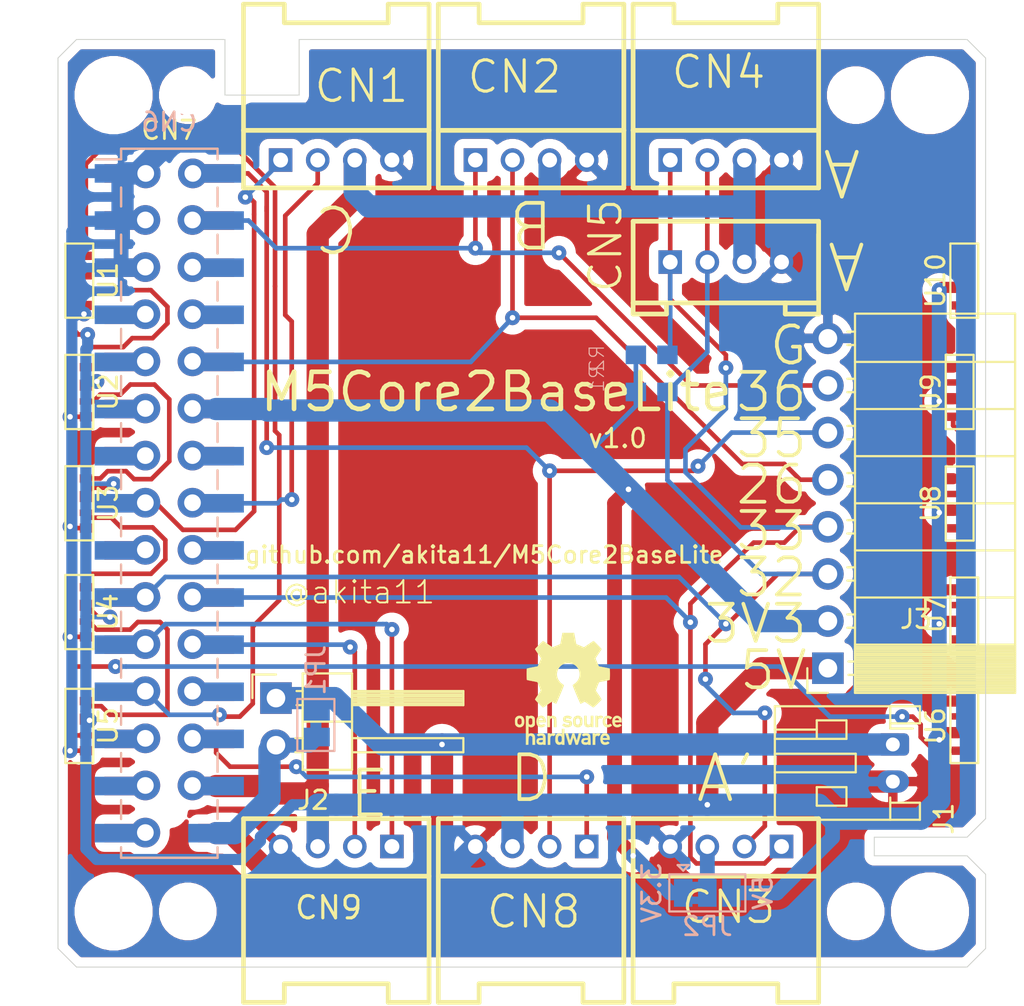
<source format=kicad_pcb>
(kicad_pcb (version 20171130) (host pcbnew "(5.1.6)-1")
  (layers (0 Top signal) (31 Bottom signal) (34 B.Paste user hide) (35 F.Paste user hide) (36 B.SilkS user) (37 F.SilkS user) (38 B.Mask user hide) (39 F.Mask user hide) (44 Edge.Cuts user))
  (net 0 "")
  (net 1 +5V)
  (net 2 GND)
  (net 3 /TXD)
  (net 4 /RXD)
  (net 5 /GPIO26)
  (net 6 /GPIO36)
  (net 7 /SDA)
  (net 8 /SCL)
  (net 9 /GPIO15)
  (net 10 /BAT)
  (net 11 /GPIO34)
  (net 12 /GPIO13)
  (net 13 /GPIO5)
  (net 14 /GPIO35)
  (net 15 +3V3)
  (net 16 "Net-(CN6-Pad29)")
  (net 17 "Net-(CN6-Pad27)")
  (net 18 "Net-(CN6-Pad25)")
  (net 19 "Net-(CN6-Pad24)")
  (net 20 "Net-(CN6-Pad14)")
  (net 21 "Net-(CN6-Pad13)")
  (net 22 "Net-(CN6-Pad11)")
  (net 23 "Net-(CN6-Pad9)")
  (net 24 "Net-(CN6-Pad8)")
  (net 25 "Net-(CN6-Pad7)")
  (net 26 "Net-(CN6-Pad6)")
  (net 27 "Net-(J1-Pad1)")
  (net 28 /GPIO2)
  (net 29 "Net-(U1-Pad3)")
  (net 30 "Net-(U2-Pad3)")
  (net 31 "Net-(U3-Pad3)")
  (net 32 "Net-(U4-Pad3)")
  (net 33 "Net-(U5-Pad3)")
  (net 34 "Net-(U6-Pad3)")
  (net 35 "Net-(U7-Pad3)")
  (net 36 "Net-(U8-Pad3)")
  (net 37 "Net-(U10-Pad1)")
  (net 38 "Net-(U10-Pad3)")
  (net 39 /GPIO12)
  (net 40 "Net-(CN3-Pad3)")
  (module MountingHole:MountingHole_3.2mm_M3 (layer Top) (at 3 -47)
    (fp_text reference MH1 hide)
    (fp_text value MountingHole_3.2mm_M3 hide)
    (pad 1 np_thru_hole circle (at 0 0) (size 3.2 3.2) (drill 3.2) (layers *.Cu *.Mask))
  )
  (module Jumper:SolderJumper-3_P1.3mm_Bridged2Bar12_Pad1.0x1.5mm (layer Bottom) (at 35 -4)
    (fp_text reference JP2 (at 0 1.8) (layer B.SilkS) (effects (justify mirror)))
    (fp_text value SolderJumper_3_Bridged12)
    (fp_poly (pts (xy -0.9 0.6) (xy -0.4 0.6) (xy -0.4 0.2) (xy -0.9 0.2)) (layer Bottom) (width 0))
    (fp_poly (pts (xy -0.9 -0.2) (xy -0.4 -0.2) (xy -0.4 -0.6) (xy -0.9 -0.6)) (layer Bottom) (width 0))
    (pad 2 smd rect (at 0 0) (size 1 1.5) (layers Bottom B.Mask) (net 40 "Net-(CN3-Pad3)"))
    (pad 3 smd rect (at 1.3 0) (size 1 1.5) (layers Bottom B.Mask) (net 1 +5V))
    (pad 1 smd rect (at -1.3 0) (size 1 1.5) (layers Bottom B.Mask) (net 15 +3V3))
  )
  (module M5GObase_sub:CON_GROVE_H (layer Top) (at 15 -6.5 180)
    (fp_text reference CN9 (at -1.5 -4) (layer F.SilkS) (effects (font (size 1.2 1.2) (thickness 0.16891)) (justify right bottom)))
    (fp_text value CON_GROVEH)
    (pad 4 thru_hole circle (at 3 0 180) (size 1.27 1.27) (drill 0.8) (layers *.Cu *.Mask) (net 2 GND))
    (pad 3 thru_hole circle (at 1 0 180) (size 1.27 1.27) (drill 0.8) (layers *.Cu *.Mask) (net 1 +5V))
    (pad 2 thru_hole circle (at -1 0 180) (size 1.27 1.27) (drill 0.8) (layers *.Cu *.Mask) (net 12 /GPIO13))
    (pad 1 thru_hole rect (at -3 0 180) (size 1.27 1.27) (drill 0.8) (layers *.Cu *.Mask) (net 39 /GPIO12))
  )
  (module M5GObase_sub:CON_GROVE_H (layer Top) (at 25.5 -6.5 180)
    (fp_text reference CN8 (at 2.5 -4.5) (layer F.SilkS) (effects (font (size 1.6891 1.6891) (thickness 0.16891)) (justify left bottom)))
    (fp_text value CON_GROVEH)
    (pad 4 thru_hole circle (at 3 0 180) (size 1.27 1.27) (drill 0.8) (layers *.Cu *.Mask) (net 2 GND))
    (pad 3 thru_hole circle (at 1 0 180) (size 1.27 1.27) (drill 0.8) (layers *.Cu *.Mask) (net 1 +5V))
    (pad 2 thru_hole circle (at -1 0 180) (size 1.27 1.27) (drill 0.8) (layers *.Cu *.Mask) (net 14 /GPIO35))
    (pad 1 thru_hole rect (at -3 0 180) (size 1.27 1.27) (drill 0.8) (layers *.Cu *.Mask) (net 11 /GPIO34))
  )
  (module Connector_PinHeader_2.54mm:PinHeader_2x15_P2.54mm_Vertical_SMD (layer Top) (at 6 -25)
    (fp_text reference CN7 (at 0 -20.11) (layer F.SilkS))
    (fp_text value PinHeader_2x15_P2.54mm_Vertical_SMD)
    (pad 30 smd rect (at 2.525 17.78) (size 1.95 1) (layers Top F.Paste F.Mask) (net 27 "Net-(J1-Pad1)"))
    (pad 29 smd rect (at -2.525 17.78) (size 1.95 1) (layers Top F.Paste F.Mask) (net 16 "Net-(CN6-Pad29)"))
    (pad 28 smd rect (at 2.525 15.24) (size 1.95 1) (layers Top F.Paste F.Mask) (net 1 +5V))
    (pad 27 smd rect (at -2.525 15.24) (size 1.95 1) (layers Top F.Paste F.Mask) (net 17 "Net-(CN6-Pad27)"))
    (pad 26 smd rect (at 2.525 12.7) (size 1.95 1) (layers Top F.Paste F.Mask) (net 11 /GPIO34))
    (pad 25 smd rect (at -2.525 12.7) (size 1.95 1) (layers Top F.Paste F.Mask) (net 18 "Net-(CN6-Pad25)"))
    (pad 24 smd rect (at 2.525 10.16) (size 1.95 1) (layers Top F.Paste F.Mask) (net 19 "Net-(CN6-Pad24)"))
    (pad 23 smd rect (at -2.525 10.16) (size 1.95 1) (layers Top F.Paste F.Mask) (net 9 /GPIO15))
    (pad 22 smd rect (at 2.525 7.62) (size 1.95 1) (layers Top F.Paste F.Mask) (net 12 /GPIO13))
    (pad 21 smd rect (at -2.525 7.62) (size 1.95 1) (layers Top F.Paste F.Mask) (net 39 /GPIO12))
    (pad 20 smd rect (at 2.525 5.08) (size 1.95 1) (layers Top F.Paste F.Mask) (net 13 /GPIO5))
    (pad 19 smd rect (at -2.525 5.08) (size 1.95 1) (layers Top F.Paste F.Mask) (net 28 /GPIO2))
    (pad 18 smd rect (at 2.525 2.54) (size 1.95 1) (layers Top F.Paste F.Mask) (net 8 /SCL))
    (pad 17 smd rect (at -2.525 2.54) (size 1.95 1) (layers Top F.Paste F.Mask) (net 7 /SDA))
    (pad 16 smd rect (at 2.525 0) (size 1.95 1) (layers Top F.Paste F.Mask) (net 3 /TXD))
    (pad 15 smd rect (at -2.525 0) (size 1.95 1) (layers Top F.Paste F.Mask) (net 4 /RXD))
    (pad 14 smd rect (at 2.525 -2.54) (size 1.95 1) (layers Top F.Paste F.Mask) (net 20 "Net-(CN6-Pad14)"))
    (pad 13 smd rect (at -2.525 -2.54) (size 1.95 1) (layers Top F.Paste F.Mask) (net 21 "Net-(CN6-Pad13)"))
    (pad 12 smd rect (at 2.525 -5.08) (size 1.95 1) (layers Top F.Paste F.Mask) (net 15 +3V3))
    (pad 11 smd rect (at -2.525 -5.08) (size 1.95 1) (layers Top F.Paste F.Mask) (net 22 "Net-(CN6-Pad11)"))
    (pad 10 smd rect (at 2.525 -7.62) (size 1.95 1) (layers Top F.Paste F.Mask) (net 5 /GPIO26))
    (pad 9 smd rect (at -2.525 -7.62) (size 1.95 1) (layers Top F.Paste F.Mask) (net 23 "Net-(CN6-Pad9)"))
    (pad 8 smd rect (at 2.525 -10.16) (size 1.95 1) (layers Top F.Paste F.Mask) (net 24 "Net-(CN6-Pad8)"))
    (pad 7 smd rect (at -2.525 -10.16) (size 1.95 1) (layers Top F.Paste F.Mask) (net 25 "Net-(CN6-Pad7)"))
    (pad 6 smd rect (at 2.525 -12.7) (size 1.95 1) (layers Top F.Paste F.Mask) (net 26 "Net-(CN6-Pad6)"))
    (pad 5 smd rect (at -2.525 -12.7) (size 1.95 1) (layers Top F.Paste F.Mask) (net 2 GND))
    (pad 4 smd rect (at 2.525 -15.24) (size 1.95 1) (layers Top F.Paste F.Mask) (net 6 /GPIO36))
    (pad 3 smd rect (at -2.525 -15.24) (size 1.95 1) (layers Top F.Paste F.Mask) (net 2 GND))
    (pad 2 smd rect (at 2.525 -17.78) (size 1.95 1) (layers Top F.Paste F.Mask) (net 14 /GPIO35))
    (pad 1 smd rect (at -2.525 -17.78) (size 1.95 1) (layers Top F.Paste F.Mask) (net 2 GND))
  )
  (module akita:MountingHole_1mm (layer Top) (at -2 -22)
    (fp_text reference REF** hide)
    (fp_text value MountingHole_1mm hide)
    (pad "" np_thru_hole circle (at 8 13.5) (size 1 1) (drill 1) (layers *.Cu *.Mask))
  )
  (module akita:MountingHole_1mm (layer Top) (at -2 -32)
    (fp_text reference REF** hide)
    (fp_text value MountingHole_1mm hide)
    (pad "" np_thru_hole circle (at 8 -6.8) (size 1.2 1.2) (drill 1.2) (layers *.Cu *.Mask))
  )
  (module akita:MountingHole_1mm (layer Top) (at -2 -26)
    (fp_text reference REF** hide)
    (fp_text value MountingHole_1mm hide)
    (pad "" np_thru_hole circle (at 8 -15.5) (size 1 1) (drill 1) (layers *.Cu *.Mask))
  )
  (module akita:MountingHole_1mm (layer Top) (at -2 -37)
    (fp_text reference REF** hide)
    (fp_text value MountingHole_1mm hide)
    (pad "" np_thru_hole circle (at 8 25.8) (size 1.2 1.2) (drill 1.2) (layers *.Cu *.Mask))
  )
  (module Jumper:SolderJumper-2_P1.3mm_Bridged_Pad1.0x1.5mm (layer Bottom) (at 13.9 -13.05 270)
    (fp_text reference JP1 (at -1.5 0 270) (layer B.SilkS) (effects (justify right mirror)))
    (fp_text value SolderJumper_2_Bridged)
    (fp_poly (pts (xy -0.25 0.3) (xy 0.25 0.3) (xy 0.25 -0.3) (xy -0.25 -0.3)) (layer Bottom) (width 0))
    (pad 2 smd rect (at 0.65 0 270) (size 1 1.5) (layers Bottom B.Mask) (net 10 /BAT))
    (pad 1 smd rect (at -0.65 0 270) (size 1 1.5) (layers Bottom B.Mask) (net 27 "Net-(J1-Pad1)"))
  )
  (module akita:Pad_TH09mm (layer Top) (at 4.73 -7.22)
    (fp_text reference REF** hide)
    (fp_text value Pad_TH09mm hide)
    (pad 1 thru_hole circle (at -0.02 -0.03) (size 1.6 1.6) (drill 0.9) (layers *.Cu *.Mask) (net 16 "Net-(CN6-Pad29)"))
  )
  (module akita:Pad_TH09mm (layer Top) (at 4.73 -9.76)
    (fp_text reference REF** hide)
    (fp_text value Pad_TH09mm hide)
    (pad 1 thru_hole circle (at -0.02 -0.03) (size 1.6 1.6) (drill 0.9) (layers *.Cu *.Mask) (net 17 "Net-(CN6-Pad27)"))
  )
  (module akita:Pad_TH09mm (layer Top) (at 7.27 -7.22)
    (fp_text reference REF** hide)
    (fp_text value Pad_TH09mm hide)
    (pad 1 thru_hole circle (at -0.02 -2.57) (size 1.6 1.6) (drill 0.9) (layers *.Cu *.Mask) (net 1 +5V))
  )
  (module akita:Pad_TH09mm (layer Top) (at 4.73 -12.3)
    (fp_text reference REF** hide)
    (fp_text value Pad_TH09mm hide)
    (pad 1 thru_hole circle (at -0.02 -0.03) (size 1.6 1.6) (drill 0.9) (layers *.Cu *.Mask) (net 18 "Net-(CN6-Pad25)"))
  )
  (module akita:Pad_TH09mm (layer Top) (at 4.73 -14.84)
    (fp_text reference REF** hide)
    (fp_text value Pad_TH09mm hide)
    (pad 1 thru_hole circle (at -0.02 -0.03) (size 1.6 1.6) (drill 0.9) (layers *.Cu *.Mask) (net 9 /GPIO15))
  )
  (module akita:Pad_TH09mm (layer Top) (at 4.73 -17.38)
    (fp_text reference REF** hide)
    (fp_text value Pad_TH09mm hide)
    (pad 1 thru_hole circle (at -0.02 -0.03) (size 1.6 1.6) (drill 0.9) (layers *.Cu *.Mask) (net 39 /GPIO12))
  )
  (module akita:Pad_TH09mm (layer Top) (at 4.73 -19.92)
    (fp_text reference REF** hide)
    (fp_text value Pad_TH09mm hide)
    (pad 1 thru_hole circle (at -0.02 -0.03) (size 1.6 1.6) (drill 0.9) (layers *.Cu *.Mask) (net 28 /GPIO2))
  )
  (module akita:Pad_TH09mm (layer Top) (at 4.73 -22.46)
    (fp_text reference REF** hide)
    (fp_text value Pad_TH09mm hide)
    (pad 1 thru_hole circle (at -0.02 -0.03) (size 1.6 1.6) (drill 0.9) (layers *.Cu *.Mask) (net 7 /SDA))
  )
  (module akita:Pad_TH09mm (layer Top) (at 7.27 -14.84)
    (fp_text reference REF** hide)
    (fp_text value Pad_TH09mm hide)
    (pad 1 thru_hole circle (at -0.02 -0.03) (size 1.6 1.6) (drill 0.9) (layers *.Cu *.Mask) (net 19 "Net-(CN6-Pad24)"))
  )
  (module akita:Pad_TH09mm (layer Top) (at 7.27 -12.3)
    (fp_text reference REF** hide)
    (fp_text value Pad_TH09mm hide)
    (pad 1 thru_hole circle (at -0.02 -0.03) (size 1.6 1.6) (drill 0.9) (layers *.Cu *.Mask) (net 11 /GPIO34))
  )
  (module akita:Pad_TH09mm (layer Top) (at 7.27 -17.38)
    (fp_text reference REF** hide)
    (fp_text value Pad_TH09mm hide)
    (pad 1 thru_hole circle (at -0.02 -0.03) (size 1.6 1.6) (drill 0.9) (layers *.Cu *.Mask) (net 12 /GPIO13))
  )
  (module akita:Pad_TH09mm (layer Top) (at 7.27 -19.92)
    (fp_text reference REF** hide)
    (fp_text value Pad_TH09mm hide)
    (pad 1 thru_hole circle (at -0.02 -0.03) (size 1.6 1.6) (drill 0.9) (layers *.Cu *.Mask) (net 13 /GPIO5))
  )
  (module akita:Pad_TH09mm (layer Top) (at 7.27 -22.46)
    (fp_text reference REF** hide)
    (fp_text value Pad_TH09mm hide)
    (pad 1 thru_hole circle (at -0.02 -0.03) (size 1.6 1.6) (drill 0.9) (layers *.Cu *.Mask) (net 8 /SCL))
  )
  (module akita:Pad_TH09mm (layer Top) (at 7.27 -25)
    (fp_text reference REF** hide)
    (fp_text value Pad_TH09mm hide)
    (pad 1 thru_hole circle (at -0.02 -0.03) (size 1.6 1.6) (drill 0.9) (layers *.Cu *.Mask) (net 3 /TXD))
  )
  (module akita:Pad_TH09mm (layer Top) (at 4.73 -25)
    (fp_text reference REF** hide)
    (fp_text value Pad_TH09mm hide)
    (pad 1 thru_hole circle (at -0.02 -0.03) (size 1.6 1.6) (drill 0.9) (layers *.Cu *.Mask) (net 4 /RXD))
  )
  (module akita:Pad_TH09mm (layer Top) (at 4.73 -27.54)
    (fp_text reference REF** hide)
    (fp_text value Pad_TH09mm hide)
    (pad 1 thru_hole circle (at -0.02 -0.03) (size 1.6 1.6) (drill 0.9) (layers *.Cu *.Mask) (net 21 "Net-(CN6-Pad13)"))
  )
  (module akita:Pad_TH09mm (layer Top) (at 7.27 -27.54)
    (fp_text reference REF** hide)
    (fp_text value Pad_TH09mm hide)
    (pad 1 thru_hole circle (at -0.02 -0.03) (size 1.6 1.6) (drill 0.9) (layers *.Cu *.Mask) (net 20 "Net-(CN6-Pad14)"))
  )
  (module akita:Pad_TH09mm (layer Top) (at 7.27 -30.08)
    (fp_text reference REF** hide)
    (fp_text value Pad_TH09mm hide)
    (pad 1 thru_hole circle (at -0.02 -0.03) (size 1.6 1.6) (drill 0.9) (layers *.Cu *.Mask) (net 15 +3V3))
  )
  (module akita:Pad_TH09mm (layer Top) (at 4.73 -30.08)
    (fp_text reference REF** hide)
    (fp_text value Pad_TH09mm hide)
    (pad 1 thru_hole circle (at -0.02 -0.03) (size 1.6 1.6) (drill 0.9) (layers *.Cu *.Mask) (net 22 "Net-(CN6-Pad11)"))
  )
  (module akita:Pad_TH09mm (layer Top) (at 4.73 -32.62)
    (fp_text reference REF** hide)
    (fp_text value Pad_TH09mm hide)
    (pad 1 thru_hole circle (at -0.02 -0.03) (size 1.6 1.6) (drill 0.9) (layers *.Cu *.Mask) (net 23 "Net-(CN6-Pad9)"))
  )
  (module akita:Pad_TH09mm (layer Top) (at 7.27 -32.62)
    (fp_text reference REF** hide)
    (fp_text value Pad_TH09mm hide)
    (pad 1 thru_hole circle (at -0.02 -0.03) (size 1.6 1.6) (drill 0.9) (layers *.Cu *.Mask) (net 5 /GPIO26))
  )
  (module akita:Pad_TH09mm (layer Top) (at 7.27 -35.16)
    (fp_text reference REF** hide)
    (fp_text value Pad_TH09mm hide)
    (pad 1 thru_hole circle (at -0.02 -0.03) (size 1.6 1.6) (drill 0.9) (layers *.Cu *.Mask) (net 24 "Net-(CN6-Pad8)"))
  )
  (module akita:Pad_TH09mm (layer Top) (at 4.73 -35.16)
    (fp_text reference REF** hide)
    (fp_text value Pad_TH09mm hide)
    (pad 1 thru_hole circle (at -0.02 -0.03) (size 1.6 1.6) (drill 0.9) (layers *.Cu *.Mask) (net 25 "Net-(CN6-Pad7)"))
  )
  (module akita:Pad_TH09mm (layer Top) (at 4.73 -37.7)
    (fp_text reference REF** hide)
    (fp_text value Pad_TH09mm hide)
    (pad 1 thru_hole circle (at -0.02 -0.03) (size 1.6 1.6) (drill 0.9) (layers *.Cu *.Mask) (net 2 GND))
  )
  (module akita:Pad_TH09mm (layer Top) (at 7.27 -37.7)
    (fp_text reference REF** hide)
    (fp_text value Pad_TH09mm hide)
    (pad 1 thru_hole circle (at -0.02 -0.03) (size 1.6 1.6) (drill 0.9) (layers *.Cu *.Mask) (net 26 "Net-(CN6-Pad6)"))
  )
  (module akita:Pad_TH09mm (layer Top) (at 7.27 -40.24)
    (fp_text reference REF** hide)
    (fp_text value Pad_TH09mm hide)
    (pad 1 thru_hole circle (at -0.02 -0.03) (size 1.6 1.6) (drill 0.9) (layers *.Cu *.Mask) (net 6 /GPIO36))
  )
  (module akita:Pad_TH09mm (layer Top) (at 4.73 -40.24)
    (fp_text reference REF** hide)
    (fp_text value Pad_TH09mm hide)
    (pad 1 thru_hole circle (at -0.02 -0.03) (size 1.6 1.6) (drill 0.9) (layers *.Cu *.Mask) (net 2 GND))
  )
  (module akita:Pad_TH09mm (layer Top) (at 7.62 -42.75)
    (fp_text reference REF** hide)
    (fp_text value Pad_TH09mm hide)
    (pad 1 thru_hole circle (at -0.35 -0.03) (size 1.6 1.6) (drill 0.9) (layers *.Cu *.Mask) (net 14 /GPIO35))
  )
  (module akita:Pad_TH09mm (layer Top) (at 4.75 -42.75)
    (fp_text reference REF** hide)
    (fp_text value Pad_TH09mm hide)
    (pad 1 thru_hole circle (at -0.02 -0.03) (size 1.6 1.6) (drill 0.9) (layers *.Cu *.Mask) (net 2 GND))
  )
  (module akita:LED_SK6812SIDE (layer Top) (at 48.25 -31 90)
    (fp_text reference U9 (at 0 -1.2 90) (layer F.SilkS))
    (fp_text value LED_SK6812side)
    (pad 4 smd rect (at 1.3375 0 90) (size 0.5 0.65) (layers Top F.Paste F.Mask) (net 2 GND))
    (pad 3 smd rect (at 0.5125 0 90) (size 0.35 0.65) (layers Top F.Paste F.Mask) (net 37 "Net-(U10-Pad1)"))
    (pad 2 smd rect (at -0.3625 0 90) (size 0.6 0.65) (layers Top F.Paste F.Mask) (net 1 +5V))
    (pad 1 smd rect (at -1.3375 0 90) (size 0.45 0.65) (layers Top F.Paste F.Mask) (net 36 "Net-(U8-Pad3)"))
  )
  (module akita:LED_SK6812SIDE (layer Top) (at 1.5 -13 270)
    (fp_text reference U5 (at 0 -1.2 90) (layer F.SilkS))
    (fp_text value LED_SK6812side)
    (pad 4 smd rect (at 1.3375 0 270) (size 0.5 0.65) (layers Top F.Paste F.Mask) (net 2 GND))
    (pad 3 smd rect (at 0.5125 0 270) (size 0.35 0.65) (layers Top F.Paste F.Mask) (net 33 "Net-(U5-Pad3)"))
    (pad 2 smd rect (at -0.3625 0 270) (size 0.6 0.65) (layers Top F.Paste F.Mask) (net 1 +5V))
    (pad 1 smd rect (at -1.3375 0 270) (size 0.45 0.65) (layers Top F.Paste F.Mask) (net 32 "Net-(U4-Pad3)"))
  )
  (module akita:LED_SK6812SIDE (layer Top) (at 1.5 -37 270)
    (fp_text reference U1 (at 0 -1.2 90) (layer F.SilkS))
    (fp_text value LED_SK6812side)
    (pad 4 smd rect (at 1.3375 0 270) (size 0.5 0.65) (layers Top F.Paste F.Mask) (net 2 GND))
    (pad 3 smd rect (at 0.5125 0 270) (size 0.35 0.65) (layers Top F.Paste F.Mask) (net 29 "Net-(U1-Pad3)"))
    (pad 2 smd rect (at -0.3625 0 270) (size 0.6 0.65) (layers Top F.Paste F.Mask) (net 1 +5V))
    (pad 1 smd rect (at -1.3375 0 270) (size 0.45 0.65) (layers Top F.Paste F.Mask) (net 9 /GPIO15))
  )
  (module Connector_PinSocket_2.54mm:PinSocket_2x15_P2.54mm_Vertical_SMD (layer Bottom) (at 6 -25 180)
    (fp_text reference CN6 (at 0 20.55) (layer B.SilkS) (effects (justify mirror)))
    (fp_text value MBUS_bottom)
    (pad 30 smd rect (at -2.52 -17.78 180) (size 3 1) (layers Bottom B.Paste B.Mask) (net 10 /BAT))
    (pad 29 smd rect (at 2.52 -17.78 180) (size 3 1) (layers Bottom B.Paste B.Mask) (net 16 "Net-(CN6-Pad29)"))
    (pad 28 smd rect (at -2.52 -15.24 180) (size 3 1) (layers Bottom B.Paste B.Mask) (net 1 +5V))
    (pad 27 smd rect (at 2.52 -15.24 180) (size 3 1) (layers Bottom B.Paste B.Mask) (net 17 "Net-(CN6-Pad27)"))
    (pad 26 smd rect (at -2.52 -12.7 180) (size 3 1) (layers Bottom B.Paste B.Mask) (net 11 /GPIO34))
    (pad 25 smd rect (at 2.52 -12.7 180) (size 3 1) (layers Bottom B.Paste B.Mask) (net 18 "Net-(CN6-Pad25)"))
    (pad 24 smd rect (at -2.52 -10.16 180) (size 3 1) (layers Bottom B.Paste B.Mask) (net 19 "Net-(CN6-Pad24)"))
    (pad 23 smd rect (at 2.52 -10.16 180) (size 3 1) (layers Bottom B.Paste B.Mask) (net 9 /GPIO15))
    (pad 22 smd rect (at -2.52 -7.62 180) (size 3 1) (layers Bottom B.Paste B.Mask) (net 12 /GPIO13))
    (pad 21 smd rect (at 2.52 -7.62 180) (size 3 1) (layers Bottom B.Paste B.Mask) (net 39 /GPIO12))
    (pad 20 smd rect (at -2.52 -5.08 180) (size 3 1) (layers Bottom B.Paste B.Mask) (net 13 /GPIO5))
    (pad 19 smd rect (at 2.52 -5.08 180) (size 3 1) (layers Bottom B.Paste B.Mask) (net 28 /GPIO2))
    (pad 18 smd rect (at -2.52 -2.54 180) (size 3 1) (layers Bottom B.Paste B.Mask) (net 8 /SCL))
    (pad 17 smd rect (at 2.52 -2.54 180) (size 3 1) (layers Bottom B.Paste B.Mask) (net 7 /SDA))
    (pad 16 smd rect (at -2.52 0 180) (size 3 1) (layers Bottom B.Paste B.Mask) (net 3 /TXD))
    (pad 15 smd rect (at 2.52 0 180) (size 3 1) (layers Bottom B.Paste B.Mask) (net 4 /RXD))
    (pad 14 smd rect (at -2.52 2.54 180) (size 3 1) (layers Bottom B.Paste B.Mask) (net 20 "Net-(CN6-Pad14)"))
    (pad 13 smd rect (at 2.52 2.54 180) (size 3 1) (layers Bottom B.Paste B.Mask) (net 21 "Net-(CN6-Pad13)"))
    (pad 12 smd rect (at -2.52 5.08 180) (size 3 1) (layers Bottom B.Paste B.Mask) (net 15 +3V3))
    (pad 11 smd rect (at 2.52 5.08 180) (size 3 1) (layers Bottom B.Paste B.Mask) (net 22 "Net-(CN6-Pad11)"))
    (pad 10 smd rect (at -2.52 7.62 180) (size 3 1) (layers Bottom B.Paste B.Mask) (net 5 /GPIO26))
    (pad 9 smd rect (at 2.52 7.62 180) (size 3 1) (layers Bottom B.Paste B.Mask) (net 23 "Net-(CN6-Pad9)"))
    (pad 8 smd rect (at -2.52 10.16 180) (size 3 1) (layers Bottom B.Paste B.Mask) (net 24 "Net-(CN6-Pad8)"))
    (pad 7 smd rect (at 2.52 10.16 180) (size 3 1) (layers Bottom B.Paste B.Mask) (net 25 "Net-(CN6-Pad7)"))
    (pad 6 smd rect (at -2.52 12.7 180) (size 3 1) (layers Bottom B.Paste B.Mask) (net 26 "Net-(CN6-Pad6)"))
    (pad 5 smd rect (at 2.52 12.7 180) (size 3 1) (layers Bottom B.Paste B.Mask) (net 2 GND))
    (pad 4 smd rect (at -2.52 15.24 180) (size 3 1) (layers Bottom B.Paste B.Mask) (net 6 /GPIO36))
    (pad 3 smd rect (at 2.52 15.24 180) (size 3 1) (layers Bottom B.Paste B.Mask) (net 2 GND))
    (pad 2 smd rect (at -2.52 17.78 180) (size 3 1) (layers Bottom B.Paste B.Mask) (net 14 /GPIO35))
    (pad 1 smd rect (at 2.52 17.78 180) (size 3 1) (layers Bottom B.Paste B.Mask) (net 2 GND))
  )
  (module akita:LED_SK6812SIDE (layer Top) (at 48.5 -37 90)
    (fp_text reference U10 (at 0 -1.2 90) (layer F.SilkS))
    (fp_text value LED_SK6812side)
    (pad 4 smd rect (at 1.3375 0 90) (size 0.5 0.65) (layers Top F.Paste F.Mask) (net 2 GND))
    (pad 3 smd rect (at 0.5125 0 90) (size 0.35 0.65) (layers Top F.Paste F.Mask) (net 38 "Net-(U10-Pad3)"))
    (pad 2 smd rect (at -0.3625 0 90) (size 0.6 0.65) (layers Top F.Paste F.Mask) (net 1 +5V))
    (pad 1 smd rect (at -1.3375 0 90) (size 0.45 0.65) (layers Top F.Paste F.Mask) (net 37 "Net-(U10-Pad1)"))
  )
  (module akita:LED_SK6812SIDE (layer Top) (at 48.25 -24.9875 90)
    (fp_text reference U8 (at 0 -1.2 90) (layer F.SilkS))
    (fp_text value LED_SK6812side)
    (pad 4 smd rect (at 1.3375 0 90) (size 0.5 0.65) (layers Top F.Paste F.Mask) (net 2 GND))
    (pad 3 smd rect (at 0.5125 0 90) (size 0.35 0.65) (layers Top F.Paste F.Mask) (net 36 "Net-(U8-Pad3)"))
    (pad 2 smd rect (at -0.3625 0 90) (size 0.6 0.65) (layers Top F.Paste F.Mask) (net 1 +5V))
    (pad 1 smd rect (at -1.3375 0 90) (size 0.45 0.65) (layers Top F.Paste F.Mask) (net 35 "Net-(U7-Pad3)"))
  )
  (module akita:LED_SK6812SIDE (layer Top) (at 48.5 -19 90)
    (fp_text reference U7 (at 0 -1.2 90) (layer F.SilkS))
    (fp_text value LED_SK6812side)
    (pad 4 smd rect (at 1.3375 0 90) (size 0.5 0.65) (layers Top F.Paste F.Mask) (net 2 GND))
    (pad 3 smd rect (at 0.5125 0 90) (size 0.35 0.65) (layers Top F.Paste F.Mask) (net 35 "Net-(U7-Pad3)"))
    (pad 2 smd rect (at -0.3625 0 90) (size 0.6 0.65) (layers Top F.Paste F.Mask) (net 1 +5V))
    (pad 1 smd rect (at -1.3375 0 90) (size 0.45 0.65) (layers Top F.Paste F.Mask) (net 34 "Net-(U6-Pad3)"))
  )
  (module akita:LED_SK6812SIDE (layer Top) (at 48.5 -13 90)
    (fp_text reference U6 (at 0 -1.2 90) (layer F.SilkS))
    (fp_text value LED_SK6812side)
    (pad 4 smd rect (at 1.3375 0 90) (size 0.5 0.65) (layers Top F.Paste F.Mask) (net 2 GND))
    (pad 3 smd rect (at 0.5125 0 90) (size 0.35 0.65) (layers Top F.Paste F.Mask) (net 34 "Net-(U6-Pad3)"))
    (pad 2 smd rect (at -0.3625 0 90) (size 0.6 0.65) (layers Top F.Paste F.Mask) (net 1 +5V))
    (pad 1 smd rect (at -1.3375 0 90) (size 0.45 0.65) (layers Top F.Paste F.Mask) (net 33 "Net-(U5-Pad3)"))
  )
  (module akita:LED_SK6812SIDE (layer Top) (at 1.5 -19.1375 270)
    (fp_text reference U4 (at 0 -1.2 90) (layer F.SilkS))
    (fp_text value LED_SK6812side)
    (pad 4 smd rect (at 1.3375 0 270) (size 0.5 0.65) (layers Top F.Paste F.Mask) (net 2 GND))
    (pad 3 smd rect (at 0.5125 0 270) (size 0.35 0.65) (layers Top F.Paste F.Mask) (net 32 "Net-(U4-Pad3)"))
    (pad 2 smd rect (at -0.3625 0 270) (size 0.6 0.65) (layers Top F.Paste F.Mask) (net 1 +5V))
    (pad 1 smd rect (at -1.3375 0 270) (size 0.45 0.65) (layers Top F.Paste F.Mask) (net 31 "Net-(U3-Pad3)"))
  )
  (module akita:LED_SK6812SIDE (layer Top) (at 1.5 -25 270)
    (fp_text reference U3 (at 0 -1.2 90) (layer F.SilkS))
    (fp_text value LED_SK6812side)
    (pad 4 smd rect (at 1.3375 0 270) (size 0.5 0.65) (layers Top F.Paste F.Mask) (net 2 GND))
    (pad 3 smd rect (at 0.5125 0 270) (size 0.35 0.65) (layers Top F.Paste F.Mask) (net 31 "Net-(U3-Pad3)"))
    (pad 2 smd rect (at -0.3625 0 270) (size 0.6 0.65) (layers Top F.Paste F.Mask) (net 1 +5V))
    (pad 1 smd rect (at -1.3375 0 270) (size 0.45 0.65) (layers Top F.Paste F.Mask) (net 30 "Net-(U2-Pad3)"))
  )
  (module akita:LED_SK6812SIDE (layer Top) (at 1.5 -31 270)
    (fp_text reference U2 (at 0 -1.2 90) (layer F.SilkS))
    (fp_text value LED_SK6812side)
    (pad 4 smd rect (at 1.3375 0 270) (size 0.5 0.65) (layers Top F.Paste F.Mask) (net 2 GND))
    (pad 3 smd rect (at 0.5125 0 270) (size 0.35 0.65) (layers Top F.Paste F.Mask) (net 30 "Net-(U2-Pad3)"))
    (pad 2 smd rect (at -0.3625 0 270) (size 0.6 0.65) (layers Top F.Paste F.Mask) (net 1 +5V))
    (pad 1 smd rect (at -1.3375 0 270) (size 0.45 0.65) (layers Top F.Paste F.Mask) (net 29 "Net-(U1-Pad3)"))
  )
  (module M5GObase_sub:CON_GROVE_V (layer Top) (at 36 -38)
    (fp_text reference CN5 (at -5.5 1.75 270) (layer F.SilkS) (effects (font (size 1.6891 1.6891) (thickness 0.16891)) (justify left bottom)))
    (fp_text value CON_GROVEV)
    (pad 4 thru_hole circle (at 3 0) (size 1.27 1.27) (drill 0.8) (layers *.Cu *.Mask) (net 2 GND))
    (pad 3 thru_hole circle (at 1 0) (size 1.27 1.27) (drill 0.8) (layers *.Cu *.Mask) (net 1 +5V))
    (pad 2 thru_hole circle (at -1 0) (size 1.27 1.27) (drill 0.8) (layers *.Cu *.Mask) (net 28 /GPIO2))
    (pad 1 thru_hole rect (at -3 0) (size 1.27 1.27) (drill 0.8) (layers *.Cu *.Mask) (net 13 /GPIO5))
  )
  (module Connector_PinSocket_2.54mm:PinSocket_1x08_P2.54mm_Horizontal (layer Top) (at 41.5 -16.11 180)
    (fp_text reference J3 (at -4.75 2.64) (layer F.SilkS))
    (fp_text value Conn_01x08_Female)
    (pad 8 thru_hole oval (at 0 17.78 180) (size 1.7 1.7) (drill 1) (layers *.Cu *.Mask) (net 2 GND))
    (pad 7 thru_hole oval (at 0 15.24 180) (size 1.7 1.7) (drill 1) (layers *.Cu *.Mask) (net 6 /GPIO36))
    (pad 6 thru_hole oval (at 0 12.7 180) (size 1.7 1.7) (drill 1) (layers *.Cu *.Mask) (net 14 /GPIO35))
    (pad 5 thru_hole oval (at 0 10.16 180) (size 1.7 1.7) (drill 1) (layers *.Cu *.Mask) (net 5 /GPIO26))
    (pad 4 thru_hole oval (at 0 7.62 180) (size 1.7 1.7) (drill 1) (layers *.Cu *.Mask) (net 13 /GPIO5))
    (pad 3 thru_hole oval (at 0 5.08 180) (size 1.7 1.7) (drill 1) (layers *.Cu *.Mask) (net 28 /GPIO2))
    (pad 2 thru_hole oval (at 0 2.54 180) (size 1.7 1.7) (drill 1) (layers *.Cu *.Mask) (net 15 +3V3))
    (pad 1 thru_hole rect (at 0 0 180) (size 1.7 1.7) (drill 1) (layers *.Cu *.Mask) (net 1 +5V))
  )
  (module Symbol:OSHW-Logo_5.7x6mm_SilkScreen (layer Top) (at 27.5 -15)
    (fp_text reference REF** hide)
    (fp_text value OSHW-Logo_5.7x6mm_SilkScreen hide)
  )
  (module MountingHole:MountingHole_3.2mm_M3 (layer Top) (at 3 -3)
    (fp_text reference MH1 hide)
    (fp_text value MountingHole_3.2mm_M3 hide)
    (pad 1 np_thru_hole circle (at 0 0) (size 3.2 3.2) (drill 3.2) (layers *.Cu *.Mask))
  )
  (module Connector_PinHeader_2.54mm:PinHeader_1x02_P2.54mm_Horizontal (layer Top) (at 11.75 -14.5)
    (fp_text reference J2 (at 2 5.5) (layer F.SilkS))
    (fp_text value Conn_01x02_Female)
    (pad 2 thru_hole oval (at 0 2.54) (size 1.7 1.7) (drill 1) (layers *.Cu *.Mask) (net 10 /BAT))
    (pad 1 thru_hole rect (at 0 0) (size 1.7 1.7) (drill 1) (layers *.Cu *.Mask) (net 27 "Net-(J1-Pad1)"))
  )
  (module MountingHole:MountingHole_2.1mm (layer Top) (at 43 -47)
    (fp_text reference MH5 hide)
    (fp_text value MountingHole_2.1mm hide)
    (pad "" np_thru_hole circle (at 0 0) (size 2.1 2.1) (drill 2.1) (layers *.Cu *.Mask))
  )
  (module MountingHole:MountingHole_2.1mm (layer Top) (at 43 -3)
    (fp_text reference MH5 hide)
    (fp_text value MountingHole_2.1mm hide)
    (pad "" np_thru_hole circle (at 0 0) (size 2.1 2.1) (drill 2.1) (layers *.Cu *.Mask))
  )
  (module M5GObase_sub:CON_GROVE_H (layer Top) (at 36 -43.5)
    (fp_text reference CN4 (at 2.25 -3.75) (layer F.SilkS) (effects (font (size 1.6891 1.6891) (thickness 0.16891)) (justify right bottom)))
    (fp_text value CON_GROVEH)
    (pad 4 thru_hole circle (at 3 0) (size 1.27 1.27) (drill 0.8) (layers *.Cu *.Mask) (net 2 GND))
    (pad 3 thru_hole circle (at 1 0) (size 1.27 1.27) (drill 0.8) (layers *.Cu *.Mask) (net 1 +5V))
    (pad 2 thru_hole circle (at -1 0) (size 1.27 1.27) (drill 0.8) (layers *.Cu *.Mask) (net 28 /GPIO2))
    (pad 1 thru_hole rect (at -3 0) (size 1.27 1.27) (drill 0.8) (layers *.Cu *.Mask) (net 13 /GPIO5))
  )
  (module M5GObase_sub:CON_GROVE_H (layer Top) (at 25.5 -43.5)
    (fp_text reference CN2 (at 1.75 -3.5 180) (layer F.SilkS) (effects (font (size 1.6891 1.6891) (thickness 0.16891)) (justify right bottom)))
    (fp_text value CON_GROVEH)
    (pad 4 thru_hole circle (at 3 0) (size 1.27 1.27) (drill 0.8) (layers *.Cu *.Mask) (net 2 GND))
    (pad 3 thru_hole circle (at 1 0) (size 1.27 1.27) (drill 0.8) (layers *.Cu *.Mask) (net 1 +5V))
    (pad 2 thru_hole circle (at -1 0) (size 1.27 1.27) (drill 0.8) (layers *.Cu *.Mask) (net 5 /GPIO26))
    (pad 1 thru_hole rect (at -3 0) (size 1.27 1.27) (drill 0.8) (layers *.Cu *.Mask) (net 6 /GPIO36))
  )
  (module MountingHole:MountingHole_3.2mm_M3 (layer Top) (at 47 -47)
    (fp_text reference MH1 hide)
    (fp_text value MountingHole_3.2mm_M3 hide)
    (pad 1 np_thru_hole circle (at 0 0) (size 3.2 3.2) (drill 3.2) (layers *.Cu *.Mask))
  )
  (module MountingHole:MountingHole_2.1mm (layer Top) (at 7 -3)
    (fp_text reference MH5 hide)
    (fp_text value MountingHole_2.1mm hide)
    (pad "" np_thru_hole circle (at 0 0) (size 2.1 2.1) (drill 2.1) (layers *.Cu *.Mask))
  )
  (module MountingHole:MountingHole_2.1mm (layer Top) (at 6 -47)
    (fp_text reference MH5 hide)
    (fp_text value MountingHole_2.1mm hide)
    (pad "" np_thru_hole circle (at 1 0) (size 2.1 2.1) (drill 2.1) (layers *.Cu *.Mask))
  )
  (module MountingHole:MountingHole_3.2mm_M3 (layer Top) (at 47 -3)
    (fp_text reference MH2 hide)
    (fp_text value MountingHole_3.2mm_M3 hide)
    (pad 1 np_thru_hole circle (at 0 0) (size 3.2 3.2) (drill 3.2) (layers *.Cu *.Mask))
  )
  (module Connector_JST:JST_PH_S2B-PH-K_1x02_P2.00mm_Horizontal (layer Top) (at 45 -12 270)
    (fp_text reference J1 (at 4 -2.75 90) (layer F.SilkS))
    (fp_text value Conn_01x02_Female)
    (pad 2 thru_hole oval (at 2 0 270) (size 1.2 1.75) (drill 0.75) (layers *.Cu *.Mask) (net 2 GND))
    (pad 1 thru_hole roundrect (at 0 0 270) (size 1.2 1.75) (drill 0.75) (layers *.Cu *.Mask) (roundrect_rratio 0.208333) (net 27 "Net-(J1-Pad1)"))
  )
  (module M5GObase_sub:CON_GROVE_H (layer Top) (at 15 -43.5)
    (fp_text reference CN1 (at 4 -3) (layer F.SilkS) (effects (font (size 1.6891 1.6891) (thickness 0.16891)) (justify right bottom)))
    (fp_text value CON_GROVEH)
    (pad 4 thru_hole circle (at 3 0) (size 1.27 1.27) (drill 0.8) (layers *.Cu *.Mask) (net 2 GND))
    (pad 3 thru_hole circle (at 1 0) (size 1.27 1.27) (drill 0.8) (layers *.Cu *.Mask) (net 1 +5V))
    (pad 2 thru_hole circle (at -1 0) (size 1.27 1.27) (drill 0.8) (layers *.Cu *.Mask) (net 3 /TXD))
    (pad 1 thru_hole rect (at -3 0) (size 1.27 1.27) (drill 0.8) (layers *.Cu *.Mask) (net 4 /RXD))
  )
  (module M5GObase_sub:CON_GROVE_H (layer Top) (at 36 -6.5 180)
    (fp_text reference CN3 (at 2.5 -4.25) (layer F.SilkS) (effects (font (size 1.6891 1.6891) (thickness 0.16891)) (justify left bottom)))
    (fp_text value CON_GROVEH)
    (pad 4 thru_hole circle (at 3 0 180) (size 1.27 1.27) (drill 0.8) (layers *.Cu *.Mask) (net 2 GND))
    (pad 3 thru_hole circle (at 1 0 180) (size 1.27 1.27) (drill 0.8) (layers *.Cu *.Mask) (net 40 "Net-(CN3-Pad3)"))
    (pad 2 thru_hole circle (at -1 0 180) (size 1.27 1.27) (drill 0.8) (layers *.Cu *.Mask) (net 28 /GPIO2))
    (pad 1 thru_hole rect (at -3 0 180) (size 1.27 1.27) (drill 0.8) (layers *.Cu *.Mask) (net 13 /GPIO5))
  )
  (module M5GObase_sub:0603 (layer Bottom) (at 32 -33 180)
    (fp_text reference R1 (at 2.5 -0.5 -90) (layer B.SilkS) (effects (font (size 0.77216 0.77216) (thickness 0.061772)) (justify left bottom mirror)))
    (fp_text value 4.7k)
    (pad 2 smd rect (at 0.85 0 180) (size 1.1 1) (layers Bottom B.Paste B.Mask) (net 15 +3V3))
    (pad 1 smd rect (at -0.85 0 180) (size 1.1 1) (layers Bottom B.Paste B.Mask) (net 13 /GPIO5))
  )
  (module M5GObase_sub:0603 (layer Bottom) (at 32 -31 180)
    (fp_text reference R2 (at 2.5 1 -90) (layer B.SilkS) (effects (font (size 0.77216 0.77216) (thickness 0.061772)) (justify right bottom mirror)))
    (fp_text value 4.7k)
    (pad 2 smd rect (at 0.85 0 180) (size 1.1 1) (layers Bottom B.Paste B.Mask) (net 15 +3V3))
    (pad 1 smd rect (at -0.85 0 180) (size 1.1 1) (layers Bottom B.Paste B.Mask) (net 28 /GPIO2))
  )
  (gr_text 5V (at 38 -4 90) (layer B.SilkS) (effects (font (size 1 1)) (justify mirror)))
  (gr_text 3.3V (at 32 -4 90) (layer B.SilkS) (effects (font (size 1 1)) (justify mirror)))
  (gr_text @akita11 (at 12 -19.5) (layer F.SilkS) (effects (font (size 1.2065 1.2065) (thickness 0.1016)) (justify left bottom)))
  (gr_line (start 50 -8) (end 50 -49) (layer Edge.Cuts) (width 0.05))
  (gr_line (start 49 -7) (end 50 -8) (layer Edge.Cuts) (width 0.05))
  (gr_line (start 44 -7) (end 49 -7) (layer Edge.Cuts) (width 0.05))
  (gr_line (start 44 -6) (end 44 -7) (layer Edge.Cuts) (width 0.05))
  (gr_line (start 49 -6) (end 44 -6) (layer Edge.Cuts) (width 0.05))
  (gr_line (start 50 -5) (end 49 -6) (layer Edge.Cuts) (width 0.05))
  (gr_line (start 50 -1) (end 50 -5) (layer Edge.Cuts) (width 0.05))
  (gr_text "5V\n" (at 40.5 -16) (layer F.SilkS) (effects (font (size 2 2) (thickness 0.2)) (justify right)))
  (gr_text 3V3 (at 40.5 -18.5) (layer F.SilkS) (effects (font (size 2 2) (thickness 0.2)) (justify right)))
  (gr_text 32 (at 40.5 -21) (layer F.SilkS) (effects (font (size 2 2) (thickness 0.2)) (justify right)))
  (gr_text 33 (at 40.5 -23.5) (layer F.SilkS) (effects (font (size 2 2) (thickness 0.2)) (justify right)))
  (gr_text "26\n" (at 40.5 -26) (layer F.SilkS) (effects (font (size 2 2) (thickness 0.2)) (justify right)))
  (gr_text "35\n" (at 40.5 -28.5) (layer F.SilkS) (effects (font (size 2 2) (thickness 0.2)) (justify right)))
  (gr_text 36 (at 40.5 -31) (layer F.SilkS) (effects (font (size 2 2) (thickness 0.2)) (justify right)))
  (gr_text G (at 40.5 -33.5) (layer F.SilkS) (effects (font (size 2 2) (thickness 0.2)) (justify right)))
  (gr_text "github.com/akita11/M5Core2BaseLite\n\n" (at 10 -21.5) (layer F.SilkS) (effects (font (size 0.9 0.9)) (justify left)))
  (gr_text M5Core2BaseLite (at 10.75 -31) (layer F.SilkS) (effects (font (size 2 2) (thickness 0.25)) (justify left)))
  (gr_text v1.0 (at 28.5 -28.5) (layer F.SilkS) (effects (font (size 1 1)) (justify left)))
  (gr_text A (at 42.5 -39.25 180) (layer F.SilkS) (effects (font (size 2.413 2.413) (thickness 0.2032)) (justify bottom)))
  (gr_line (start 49 0) (end 1 0) (layer Edge.Cuts) (width 0.05))
  (gr_line (start 50 -1) (end 49 0) (layer Edge.Cuts) (width 0.05))
  (gr_line (start 49 -50) (end 50 -49) (layer Edge.Cuts) (width 0.05))
  (gr_line (start 13 -50) (end 49 -50) (layer Edge.Cuts) (width 0.05))
  (gr_line (start 13 -47) (end 13 -50) (layer Edge.Cuts) (width 0.05))
  (gr_line (start 9 -47) (end 13 -47) (layer Edge.Cuts) (width 0.05))
  (gr_line (start 9 -50) (end 9 -47) (layer Edge.Cuts) (width 0.05))
  (gr_line (start 1 -50) (end 9 -50) (layer Edge.Cuts) (width 0.05))
  (gr_line (start 0 -49) (end 1 -50) (layer Edge.Cuts) (width 0.05))
  (gr_line (start 0 -1) (end 0 -49) (layer Edge.Cuts) (width 0.05))
  (gr_line (start 1 0) (end 0 -1) (layer Edge.Cuts) (width 0.05))
  (gr_text D (at 25.5 -8.75) (layer F.SilkS) (effects (font (size 2.413 2.413) (thickness 0.2032)) (justify bottom)))
  (gr_text A (at 42.25 -44.25 180) (layer F.SilkS) (effects (font (size 2.413 2.413) (thickness 0.2032)) (justify bottom)))
  (gr_text A' (at 36 -8.75) (layer F.SilkS) (effects (font (size 2.413 2.413) (thickness 0.2032)) (justify bottom)))
  (gr_text B (at 25.5 -41.5 180) (layer F.SilkS) (effects (font (size 2.413 2.413) (thickness 0.2032)) (justify bottom)))
  (gr_text C (at 15 -41.25 180) (layer F.SilkS) (effects (font (size 2.413 2.413) (thickness 0.2032)) (justify bottom)))
  (gr_text E (at 18 -10.75) (layer F.SilkS) (effects (font (size 2.413 2.413) (thickness 0.2032)) (justify right top)))
  (segment (start 35 -8.75) (end 29.75 -8.75) (width 1.2) (layer Bottom) (net 1))
  (segment (start 24.5 -6.5) (end 24.5 -8.75) (width 1.2) (layer Bottom) (net 1))
  (segment (start 29.75 -8.75) (end 24.5 -8.75) (width 1.2) (layer Bottom) (net 1))
  (segment (start 24.5 -8.75) (end 15 -8.75) (width 1.2) (layer Bottom) (net 1))
  (segment (start 14 -6.5) (end 14 -8.75) (width 1.2) (layer Bottom) (net 1))
  (segment (start 14 -8.75) (end 15 -8.75) (width 1.2) (layer Bottom) (net 1))
  (segment (start 28.101975 -41) (end 37 -41) (width 1.2) (layer Bottom) (net 1))
  (segment (start 37 -43.5) (end 37 -41) (width 1.2) (layer Bottom) (net 1))
  (segment (start 37 -41) (end 37 -38) (width 1.2) (layer Bottom) (net 1))
  (segment (start 26.5 -43.5) (end 26.5 -41) (width 1.2) (layer Bottom) (net 1))
  (segment (start 26.5 -41) (end 28.101975 -41) (width 1.2) (layer Bottom) (net 1))
  (segment (start 16.75 -41) (end 26.5 -41) (width 1.2) (layer Bottom) (net 1))
  (segment (start 16 -43.5) (end 16 -41.75) (width 1.2) (layer Bottom) (net 1))
  (segment (start 16 -41.75) (end 16.75 -41) (width 1.2) (layer Bottom) (net 1))
  (segment (start 14 -39.5) (end 16 -41.5) (width 1.2) (layer Top) (net 1))
  (segment (start 16 -41.5) (end 16 -43.5) (width 1.2) (layer Top) (net 1))
  (via (at 47.5 -36.5) (size 0.8) (drill 0.3) (layers Top Bottom) (net 1))
  (segment (start 47.6375 -36.6375) (end 47.5 -36.5) (width 0.6) (layer Top) (net 1))
  (segment (start 48.5 -36.6375) (end 47.6375 -36.6375) (width 0.6) (layer Top) (net 1))
  (via (at 47.5 -30.5) (size 0.6) (drill 0.3) (layers Top Bottom) (net 1))
  (segment (start 47.6375 -30.6375) (end 47.5 -30.5) (width 0.6) (layer Top) (net 1))
  (segment (start 48.25 -30.6375) (end 47.6375 -30.6375) (width 0.6) (layer Top) (net 1))
  (segment (start 47.5 -36.5) (end 47.5 -30.5) (width 0.8) (layer Bottom) (net 1))
  (via (at 47.5 -24.5) (size 0.6) (drill 0.3) (layers Top Bottom) (net 1))
  (segment (start 47.625 -24.625) (end 47.5 -24.5) (width 0.6) (layer Top) (net 1))
  (segment (start 48.25 -24.625) (end 47.625 -24.625) (width 0.6) (layer Top) (net 1))
  (segment (start 47.5 -30.5) (end 47.5 -24.5) (width 0.8) (layer Bottom) (net 1))
  (segment (start 47.6375 -18.6375) (end 47.5 -18.5) (width 0.6) (layer Top) (net 1))
  (segment (start 48.5 -18.6375) (end 47.6375 -18.6375) (width 0.6) (layer Top) (net 1))
  (via (at 47.5 -18.5) (size 0.6) (drill 0.3) (layers Top Bottom) (net 1))
  (segment (start 47.5 -24.5) (end 47.5 -18.5) (width 0.8) (layer Bottom) (net 1))
  (segment (start 46.5 -8) (end 41.75 -8) (width 1.2) (layer Bottom) (net 1))
  (segment (start 41 -8.75) (end 35 -8.75) (width 1.2) (layer Bottom) (net 1))
  (segment (start 47.5 -12.25) (end 47.5 -9) (width 1.2) (layer Bottom) (net 1))
  (segment (start 41.75 -8) (end 41 -8.75) (width 1.2) (layer Bottom) (net 1))
  (segment (start 47.5 -9) (end 46.5 -8) (width 1.2) (layer Bottom) (net 1))
  (segment (start 47.5 -17.5) (end 47.5 -12.5) (width 0.8) (layer Bottom) (net 1))
  (segment (start 47.5 -18.5) (end 47.5 -17.5) (width 0.8) (layer Bottom) (net 1))
  (via (at 47.5 -12.25) (size 0.6) (drill 0.3) (layers Top Bottom) (net 1))
  (segment (start 48.5 -12.6375) (end 47.8875 -12.6375) (width 0.6) (layer Top) (net 1))
  (segment (start 47.8875 -12.6375) (end 47.5 -12.25) (width 0.6) (layer Top) (net 1))
  (segment (start 0.925 -37.3625) (end 0.7 -37.1375) (width 0.25) (layer Top) (net 1))
  (segment (start 1.5 -37.3625) (end 0.925 -37.3625) (width 0.25) (layer Top) (net 1))
  (via (at 1.59999 -34.097591) (size 0.8) (drill 0.3) (layers Top Bottom) (net 1))
  (segment (start 1.59999 -33.397581) (end 1.502409 -33.3) (width 0.6) (layer Bottom) (net 1))
  (segment (start 1.59999 -34.097591) (end 1.59999 -33.397581) (width 0.6) (layer Bottom) (net 1))
  (segment (start 0.7 -37.1375) (end 0.7 -34.5) (width 0.25) (layer Top) (net 1))
  (segment (start 0.7 -34.5) (end 1 -34.2) (width 0.25) (layer Top) (net 1))
  (segment (start 1.034305 -34.097591) (end 1.59999 -34.097591) (width 0.25) (layer Top) (net 1))
  (segment (start 1 -34.131896) (end 1.034305 -34.097591) (width 0.25) (layer Top) (net 1))
  (segment (start 1 -34.2) (end 1 -34.131896) (width 0.25) (layer Top) (net 1))
  (via (at 2.8 -18.867598) (size 0.8) (drill 0.3) (layers Top Bottom) (net 1))
  (segment (start 1.5 -19.5) (end 1.525 -19.5) (width 0.25) (layer Top) (net 1))
  (segment (start 2.157402 -18.867598) (end 2.8 -18.867598) (width 0.25) (layer Top) (net 1))
  (segment (start 1.525 -19.5) (end 2.157402 -18.867598) (width 0.25) (layer Top) (net 1))
  (segment (start 1.502409 -18.902409) (end 1.53722 -18.867598) (width 0.25) (layer Bottom) (net 1))
  (segment (start 1.53722 -18.867598) (end 2.8 -18.867598) (width 0.25) (layer Bottom) (net 1))
  (segment (start 1.502409 -33.3) (end 1.502409 -31.602409) (width 0.6) (layer Bottom) (net 1))
  (segment (start 1.835777 -25.835099) (end 2.782697 -25.835099) (width 0.25) (layer Top) (net 1))
  (via (at 3 -26.052402) (size 0.8) (drill 0.3) (layers Top Bottom) (net 1))
  (segment (start 1.5 -25.3625) (end 1.5 -25.499322) (width 0.25) (layer Top) (net 1))
  (segment (start 2.782697 -25.835099) (end 3 -26.052402) (width 0.25) (layer Top) (net 1))
  (segment (start 1.5 -25.499322) (end 1.835777 -25.835099) (width 0.25) (layer Top) (net 1))
  (segment (start 1.552416 -26.052402) (end 3 -26.052402) (width 0.25) (layer Bottom) (net 1))
  (segment (start 1.502409 -26.102409) (end 1.552416 -26.052402) (width 0.25) (layer Bottom) (net 1))
  (segment (start 1.502409 -26.102409) (end 1.502409 -18.902409) (width 0.6) (layer Bottom) (net 1))
  (segment (start 1.502409 -31.602409) (end 1.502409 -26.102409) (width 0.6) (layer Bottom) (net 1))
  (segment (start 1.502409 -13.797591) (end 1.5 -13.8) (width 0.25) (layer Bottom) (net 1))
  (segment (start 1.502409 -18.902409) (end 1.502409 -13.797591) (width 0.6) (layer Bottom) (net 1))
  (segment (start 1.6 -13.7) (end 1.502409 -13.797591) (width 0.25) (layer Bottom) (net 1))
  (segment (start 1.7 -13.3) (end 1.6 -13.7) (width 0.25) (layer Bottom) (net 1))
  (via (at 1.7 -13.3) (size 0.8) (drill 0.3) (layers Top Bottom) (net 1))
  (segment (start 1.45 -13.3) (end 1.7 -13.3) (width 0.25) (layer Top) (net 1))
  (segment (start 2.1 -31.567598) (end 1.53722 -31.567598) (width 0.25) (layer Bottom) (net 1))
  (via (at 2.1 -31.567598) (size 0.8) (drill 0.3) (layers Top Bottom) (net 1))
  (segment (start 1.53722 -31.567598) (end 1.502409 -31.602409) (width 0.25) (layer Bottom) (net 1))
  (segment (start 2.1 -31.567598) (end 1.567598 -31.567598) (width 0.25) (layer Top) (net 1))
  (segment (start 1.5 -31.5) (end 1.5 -31.3625) (width 0.25) (layer Top) (net 1))
  (segment (start 1.567598 -31.567598) (end 1.5 -31.5) (width 0.25) (layer Top) (net 1))
  (segment (start 14 -6.5) (end 14 -9.8) (width 1.2) (layer Top) (net 1))
  (segment (start 14 -9.8) (end 14 -39.5) (width 1.2) (layer Top) (net 1))
  (segment (start 7.34 -9.76) (end 7.3 -9.8) (width 1.2) (layer Top) (net 1))
  (segment (start 13.96 -9.76) (end 14 -9.8) (width 1.2) (layer Top) (net 1))
  (segment (start 11.2 -9.76) (end 11.6 -9.36) (width 1.2) (layer Top) (net 1))
  (segment (start 8.525 -9.76) (end 11.2 -9.76) (width 1.2) (layer Top) (net 1))
  (segment (start 13.56 -9.36) (end 13.96 -9.76) (width 1.2) (layer Top) (net 1))
  (segment (start 11.6 -9.36) (end 13.56 -9.36) (width 1.2) (layer Top) (net 1))
  (segment (start 12.640646 -8.75) (end 14 -8.75) (width 0.6) (layer Bottom) (net 1))
  (segment (start 10.912599 -7.021953) (end 12.640646 -8.75) (width 0.6) (layer Bottom) (net 1))
  (segment (start 1.502409 -13.797591) (end 1.502409 -6.383269) (width 0.6) (layer Bottom) (net 1))
  (segment (start 2.085678 -5.8) (end 9.914322 -5.8) (width 0.6) (layer Bottom) (net 1))
  (segment (start 1.502409 -6.383269) (end 2.085678 -5.8) (width 0.6) (layer Bottom) (net 1))
  (segment (start 9.914322 -5.8) (end 10.912599 -6.798277) (width 0.6) (layer Bottom) (net 1))
  (segment (start 10.912599 -6.798277) (end 10.912599 -7.021953) (width 0.6) (layer Bottom) (net 1))
  (segment (start 8.52 -9.76) (end 7.24 -9.76) (width 0.25) (layer Bottom) (net 1))
  (segment (start 7.24 -9.76) (end 7.2 -9.8) (width 0.25) (layer Bottom) (net 1))
  (segment (start 7.25 -9.79) (end 8.41 -9.79) (width 0.25) (layer Top) (net 1))
  (segment (start 8.41 -9.79) (end 8.5 -9.7) (width 0.25) (layer Top) (net 1))
  (segment (start 7.25 -9.79) (end 8.51 -9.79) (width 0.25) (layer Top) (net 1))
  (segment (start 8.51 -9.79) (end 8.6 -9.7) (width 0.25) (layer Top) (net 1))
  (segment (start 41.75 -6.985678) (end 41.75 -8) (width 0.8) (layer Bottom) (net 1))
  (segment (start 38.764322 -4) (end 41.75 -6.985678) (width 0.8) (layer Bottom) (net 1))
  (segment (start 36.3 -4) (end 38.764322 -4) (width 0.8) (layer Bottom) (net 1))
  (segment (start 35 -9) (end 35 -8.75) (width 1.2) (layer Top) (net 1))
  (segment (start 35 -13.16) (end 35 -9) (width 1.2) (layer Top) (net 1))
  (segment (start 37.95 -16.11) (end 35 -13.16) (width 1.2) (layer Top) (net 1))
  (via (at 35 -8.75) (size 0.8) (drill 0.3) (layers Top Bottom) (net 1))
  (segment (start 41.39 -16.11) (end 37.95 -16.11) (width 1.2) (layer Top) (net 1))
  (segment (start 3.5 -40.24) (end 4.73 -40.24) (width 0.254) (layer Bottom) (net 2))
  (segment (start 3.5 -37.7) (end 4.73 -37.7) (width 0.254) (layer Bottom) (net 2))
  (segment (start 3.48 -42.78) (end 4.28 -42.78) (width 1.2) (layer Bottom) (net 2))
  (segment (start 39 -45) (end 39 -44.398025) (width 1.2) (layer Bottom) (net 2))
  (segment (start 38 -46) (end 39 -45) (width 1.2) (layer Bottom) (net 2))
  (segment (start 39 -44.398025) (end 39 -38) (width 1.2) (layer Bottom) (net 2))
  (segment (start 43.0125 -13.5125) (end 43 -13.5) (width 0.4) (layer Top) (net 2))
  (segment (start 43.5 -10) (end 45 -10) (width 1.2) (layer Top) (net 2))
  (segment (start 43 -13.5) (end 43 -10) (width 1.2) (layer Top) (net 2))
  (segment (start 43 -10) (end 43.5 -10) (width 1.2) (layer Top) (net 2))
  (segment (start 22.5 -4.25) (end 22.75 -4) (width 1.2) (layer Top) (net 2))
  (segment (start 22.5 -6.5) (end 22.5 -4.25) (width 1.2) (layer Top) (net 2))
  (segment (start 33 -5.601975) (end 33 -4) (width 1.2) (layer Top) (net 2))
  (segment (start 33 -6.5) (end 33 -5.601975) (width 1.2) (layer Top) (net 2))
  (segment (start 33 -4) (end 22.75 -4) (width 1.2) (layer Top) (net 2))
  (segment (start 18 -43.5) (end 18 -46) (width 1.2) (layer Bottom) (net 2))
  (segment (start 28.5 -44.398025) (end 28.5 -46) (width 1.2) (layer Bottom) (net 2))
  (segment (start 28.5 -43.5) (end 28.5 -44.398025) (width 1.2) (layer Bottom) (net 2))
  (segment (start 18 -46) (end 28.5 -46) (width 1.2) (layer Bottom) (net 2))
  (segment (start 28.5 -46) (end 38 -46) (width 1.2) (layer Bottom) (net 2))
  (segment (start 3.48 -42.78) (end 4.73 -42.78) (width 1.2) (layer Bottom) (net 2))
  (segment (start 3.48 -40.24) (end 3.48 -42.73) (width 1.2) (layer Bottom) (net 2))
  (segment (start 3.48 -42.73) (end 3.5 -42.75) (width 1.2) (layer Bottom) (net 2))
  (segment (start 43 -36) (end 41 -38) (width 1.2) (layer Top) (net 2))
  (segment (start 41 -38) (end 39 -38) (width 1.2) (layer Top) (net 2))
  (segment (start 47.4125 -14.5) (end 43 -14.5) (width 0.6) (layer Top) (net 2))
  (segment (start 47.575 -14.3375) (end 47.4125 -14.5) (width 0.6) (layer Top) (net 2))
  (segment (start 48.5 -14.3375) (end 47.575 -14.3375) (width 0.6) (layer Top) (net 2))
  (segment (start 43 -14.5) (end 43 -13.5) (width 1.2) (layer Top) (net 2))
  (segment (start 45.2375 -36) (end 43 -36) (width 0.6) (layer Top) (net 2))
  (segment (start 47.575 -38.3375) (end 45.2375 -36) (width 0.6) (layer Top) (net 2))
  (segment (start 48.5 -38.3375) (end 47.575 -38.3375) (width 0.6) (layer Top) (net 2))
  (segment (start 48.5 -20.3375) (end 47.575 -20.3375) (width 0.6) (layer Top) (net 2))
  (segment (start 47.4125 -20.5) (end 43.5 -20.5) (width 0.6) (layer Top) (net 2))
  (segment (start 47.575 -20.3375) (end 47.4125 -20.5) (width 0.6) (layer Top) (net 2))
  (segment (start 47.15 -26.5) (end 43.5 -26.5) (width 0.6) (layer Top) (net 2))
  (segment (start 48.25 -26.325) (end 47.325 -26.325) (width 0.6) (layer Top) (net 2))
  (segment (start 47.325 -26.325) (end 47.15 -26.5) (width 0.6) (layer Top) (net 2))
  (segment (start 48.25 -32.3375) (end 47.325 -32.3375) (width 0.6) (layer Top) (net 2))
  (segment (start 47.1625 -32.5) (end 43.5 -32.5) (width 0.6) (layer Top) (net 2))
  (segment (start 47.325 -32.3375) (end 47.1625 -32.5) (width 0.6) (layer Top) (net 2))
  (segment (start 43.5 -15) (end 43 -14.5) (width 1.2) (layer Top) (net 2))
  (segment (start 43 -36) (end 43.5 -35.5) (width 1.2) (layer Top) (net 2))
  (segment (start 41 -5.5) (end 41 -7) (width 1.2) (layer Top) (net 2))
  (segment (start 43 -9) (end 43 -10) (width 1.2) (layer Top) (net 2))
  (segment (start 33 -4) (end 39.5 -4) (width 1.2) (layer Top) (net 2))
  (segment (start 41 -7) (end 43 -9) (width 1.2) (layer Top) (net 2))
  (segment (start 39.5 -4) (end 41 -5.5) (width 1.2) (layer Top) (net 2))
  (segment (start 0.74759 -29.25241) (end 0.74759 -23.75241) (width 0.6) (layer Bottom) (net 2))
  (segment (start 0.74759 -23.75241) (end 0.75 -23.75) (width 0.6) (layer Bottom) (net 2))
  (segment (start 0.75 -23.75) (end 0.75 -11.75) (width 0.6) (layer Bottom) (net 2))
  (segment (start 0.74759 -37.06759) (end 0.74759 -39.64759) (width 0.6) (layer Bottom) (net 2))
  (segment (start 0.74759 -39.64759) (end 1.3 -40.2) (width 0.6) (layer Bottom) (net 2))
  (segment (start 1.3 -40.2) (end 3.4 -40.2) (width 0.6) (layer Bottom) (net 2))
  (segment (start 1.5 -35.6625) (end 1.5 -35.5) (width 0.25) (layer Top) (net 2))
  (via (at 1.4 -35.2) (size 0.8) (drill 0.3) (layers Top Bottom) (net 2))
  (segment (start 1.5 -35.5) (end 1.4 -35.4) (width 0.25) (layer Top) (net 2))
  (segment (start 1.4 -35.4) (end 1.4 -35.2) (width 0.25) (layer Top) (net 2))
  (segment (start 0.79518 -35.2) (end 1.4 -35.2) (width 0.25) (layer Bottom) (net 2))
  (segment (start 0.74759 -35.24759) (end 0.79518 -35.2) (width 0.25) (layer Bottom) (net 2))
  (segment (start 0.74759 -35.24759) (end 0.74759 -37.06759) (width 0.6) (layer Bottom) (net 2))
  (segment (start 0.74759 -29.25241) (end 0.74759 -35.24759) (width 0.6) (layer Bottom) (net 2))
  (segment (start 0.925 -29.6625) (end 0.8875 -29.7) (width 0.25) (layer Top) (net 2))
  (segment (start 1.5 -29.6625) (end 0.925 -29.6625) (width 0.25) (layer Top) (net 2))
  (via (at 0.650009 -29.6625) (size 0.8) (drill 0.3) (layers Top Bottom) (net 2))
  (segment (start 0.8875 -29.7) (end 0.687509 -29.7) (width 0.25) (layer Top) (net 2))
  (segment (start 0.687509 -29.7) (end 0.650009 -29.6625) (width 0.25) (layer Top) (net 2))
  (segment (start 1.5 -17.8) (end 0.8 -17.8) (width 0.25) (layer Top) (net 2))
  (via (at 0.650009 -17.8) (size 0.8) (drill 0.3) (layers Top Bottom) (net 2))
  (segment (start 0.8 -17.8) (end 0.650009 -17.8) (width 0.25) (layer Top) (net 2))
  (segment (start 0.925 -11.6625) (end 0.8625 -11.6) (width 0.25) (layer Top) (net 2))
  (segment (start 1.5 -11.6625) (end 0.925 -11.6625) (width 0.25) (layer Top) (net 2))
  (via (at 0.650009 -11.65879) (size 0.8) (drill 0.3) (layers Top Bottom) (net 2))
  (segment (start 0.8625 -11.6) (end 0.708799 -11.6) (width 0.25) (layer Top) (net 2))
  (segment (start 0.708799 -11.6) (end 0.650009 -11.65879) (width 0.25) (layer Top) (net 2))
  (segment (start 0.925 -23.6625) (end 0.8625 -23.6) (width 0.25) (layer Top) (net 2))
  (segment (start 1.5 -23.6625) (end 0.925 -23.6625) (width 0.25) (layer Top) (net 2))
  (via (at 0.650009 -23.75241) (size 0.8) (drill 0.3) (layers Top Bottom) (net 2))
  (segment (start 0.8625 -23.6) (end 0.802419 -23.6) (width 0.25) (layer Top) (net 2))
  (segment (start 0.802419 -23.6) (end 0.650009 -23.75241) (width 0.25) (layer Top) (net 2))
  (segment (start 3.48 -38.94) (end 3.4 -38.86) (width 0.8) (layer Bottom) (net 2))
  (segment (start 3.48 -40.24) (end 3.48 -38.94) (width 0.8) (layer Bottom) (net 2))
  (segment (start 3.4 -38.86) (end 3.4 -37.8) (width 0.8) (layer Bottom) (net 2))
  (segment (start 12 -5.601975) (end 12.901975 -4.7) (width 1.2) (layer Bottom) (net 2))
  (segment (start 12 -6.5) (end 12 -5.601975) (width 1.2) (layer Bottom) (net 2))
  (segment (start 12.901975 -4.7) (end 20.7 -4.7) (width 1.2) (layer Bottom) (net 2))
  (segment (start 20.7 -4.7) (end 22.5 -6.5) (width 1.2) (layer Bottom) (net 2))
  (segment (start 3.475 -42.78) (end 4.62 -42.78) (width 0.25) (layer Top) (net 2))
  (segment (start 4.62 -42.78) (end 4.7 -42.7) (width 0.25) (layer Top) (net 2))
  (segment (start 3.475 -40.24) (end 4.66 -40.24) (width 0.25) (layer Top) (net 2))
  (segment (start 4.66 -40.24) (end 4.7 -40.2) (width 0.25) (layer Top) (net 2))
  (segment (start 4.71 -37.73) (end 3.53 -37.73) (width 0.25) (layer Top) (net 2))
  (segment (start 3.53 -37.73) (end 3.5 -37.7) (width 0.25) (layer Top) (net 2))
  (segment (start 41.5 -33.89) (end 43.39 -33.89) (width 0.25) (layer Top) (net 2))
  (segment (start 43.39 -33.89) (end 43.5 -34) (width 0.25) (layer Top) (net 2))
  (segment (start 43.5 -35.5) (end 43.5 -34) (width 1.2) (layer Top) (net 2))
  (segment (start 43.5 -34) (end 43.5 -15) (width 1.2) (layer Top) (net 2))
  (segment (start 6 -44.5) (end 7.167554 -44.5) (width 1.2) (layer Bottom) (net 2))
  (segment (start 9 -44.5) (end 9.387401 -44.887401) (width 1.2) (layer Bottom) (net 2))
  (segment (start 9.387401 -44.887401) (end 10.5 -46) (width 1.2) (layer Bottom) (net 2))
  (segment (start 5.634801 -44.134801) (end 6 -44.5) (width 1.2) (layer Bottom) (net 2))
  (segment (start 7.167554 -44.5) (end 9 -44.5) (width 1.2) (layer Bottom) (net 2))
  (segment (start 10.5 -46) (end 18 -46) (width 1.2) (layer Bottom) (net 2))
  (segment (start 4.28 -42.78) (end 5.634801 -44.134801) (width 1.2) (layer Bottom) (net 2))
  (segment (start 8.52 -25) (end 8.5 -25) (width 0.25) (layer Bottom) (net 3))
  (segment (start 14 -42.25) (end 14 -43.5) (width 0.25) (layer Top) (net 3))
  (segment (start 12.25 -40.5) (end 14 -42.25) (width 0.25) (layer Top) (net 3))
  (segment (start 12.25 -35.15) (end 12.6 -34.8) (width 0.25) (layer Top) (net 3))
  (segment (start 12.25 -40.5) (end 12.25 -35.15) (width 0.25) (layer Top) (net 3))
  (via (at 12.604801 -25.2) (size 0.8) (drill 0.3) (layers Top Bottom) (net 3))
  (segment (start 12.6 -34.8) (end 12.6 -25.204801) (width 0.25) (layer Top) (net 3))
  (segment (start 12.6 -25.204801) (end 12.604801 -25.2) (width 0.25) (layer Top) (net 3))
  (segment (start 12.039116 -25.2) (end 11.839116 -25) (width 0.25) (layer Bottom) (net 3))
  (segment (start 12.604801 -25.2) (end 12.039116 -25.2) (width 0.25) (layer Bottom) (net 3))
  (segment (start 11.839116 -25) (end 8.7 -25) (width 0.25) (layer Bottom) (net 3))
  (segment (start 7.25 -25.03) (end 8.47 -25.03) (width 0.25) (layer Top) (net 3))
  (segment (start 8.47 -25.03) (end 8.5 -25) (width 0.25) (layer Top) (net 3))
  (segment (start 9.566723 -23.567401) (end 10.572599 -24.573277) (width 0.25) (layer Top) (net 4))
  (segment (start 6.732847 -23.567401) (end 9.566723 -23.567401) (width 0.25) (layer Top) (net 4))
  (segment (start 3.475 -25) (end 5.300248 -25) (width 0.25) (layer Top) (net 4))
  (segment (start 10.572599 -24.573277) (end 10.572599 -40.572599) (width 0.25) (layer Top) (net 4))
  (segment (start 5.300248 -25) (end 6.732847 -23.567401) (width 0.25) (layer Top) (net 4))
  (segment (start 10.572599 -40.572599) (end 10.572599 -41.227401) (width 0.25) (layer Top) (net 4))
  (via (at 10.1 -41.5) (size 0.8) (drill 0.3) (layers Top Bottom) (net 4))
  (segment (start 10.572599 -41.227401) (end 10.3 -41.5) (width 0.25) (layer Top) (net 4))
  (segment (start 10.3 -41.5) (end 10.1 -41.5) (width 0.25) (layer Top) (net 4))
  (segment (start 10.1 -41.5) (end 12.1 -43.5) (width 0.25) (layer Bottom) (net 4))
  (segment (start 12.1 -43.5) (end 12.1 -43.6) (width 0.25) (layer Bottom) (net 4))
  (segment (start 4.71 -25.03) (end 3.53 -25.03) (width 0.25) (layer Top) (net 4))
  (segment (start 3.53 -25.03) (end 3.5 -25) (width 0.25) (layer Top) (net 4))
  (segment (start 24.5 -35) (end 24.5 -43.5) (width 0.25) (layer Top) (net 5))
  (via (at 24.5 -35) (size 0.8) (drill 0.3) (layers Top Bottom) (net 5))
  (segment (start 22.25 -32.62) (end 8.52 -32.62) (width 0.25) (layer Bottom) (net 5))
  (segment (start 24.5 -35) (end 22.25 -32.62) (width 0.25) (layer Bottom) (net 5))
  (segment (start 24.5 -35) (end 29 -35) (width 0.25) (layer Top) (net 5))
  (segment (start 39.150001 -27.119999) (end 36.880001 -27.119999) (width 0.25) (layer Top) (net 5))
  (segment (start 36.880001 -27.119999) (end 29 -35) (width 0.25) (layer Top) (net 5))
  (segment (start 40 -26.27) (end 39.150001 -27.119999) (width 0.25) (layer Top) (net 5))
  (segment (start 40 -26.27) (end 41.27 -26.27) (width 0.25) (layer Top) (net 5))
  (segment (start 7.25 -32.65) (end 8.55 -32.65) (width 0.25) (layer Top) (net 5))
  (segment (start 8.55 -32.65) (end 8.6 -32.6) (width 0.25) (layer Top) (net 5))
  (segment (start 8.58 -40.24) (end 7.27 -40.24) (width 0.254) (layer Bottom) (net 6))
  (via (at 22.5 -38.75) (size 0.8) (drill 0.3) (layers Top Bottom) (net 6))
  (segment (start 11.76 -38.75) (end 22.5 -38.75) (width 0.25) (layer Bottom) (net 6))
  (segment (start 22.5 -38.75) (end 22.5 -43.5) (width 0.25) (layer Top) (net 6))
  (via (at 27 -38.5) (size 0.8) (drill 0.3) (layers Top Bottom) (net 6))
  (segment (start 22.75 -38.5) (end 22.5 -38.75) (width 0.25) (layer Bottom) (net 6))
  (segment (start 27 -38.5) (end 22.75 -38.5) (width 0.25) (layer Bottom) (net 6))
  (segment (start 34.15 -31.35) (end 27 -38.5) (width 0.25) (layer Top) (net 6))
  (segment (start 41.5 -31.35) (end 34.15 -31.35) (width 0.25) (layer Top) (net 6))
  (segment (start 10.27 -40.24) (end 11.76 -38.75) (width 0.25) (layer Bottom) (net 6))
  (segment (start 8.52 -40.24) (end 10.27 -40.24) (width 0.25) (layer Bottom) (net 6))
  (segment (start 7.25 -40.27) (end 8.53 -40.27) (width 0.25) (layer Top) (net 6))
  (segment (start 8.53 -40.27) (end 8.6 -40.2) (width 0.25) (layer Top) (net 6))
  (segment (start 4.71 -22.49) (end 3.51 -22.49) (width 0.25) (layer Top) (net 7))
  (segment (start 3.51 -22.49) (end 3.5 -22.5) (width 0.25) (layer Top) (net 7))
  (segment (start 7.25 -22.49) (end 8.41 -22.49) (width 0.25) (layer Top) (net 8))
  (segment (start 8.41 -22.49) (end 8.5 -22.4) (width 0.25) (layer Top) (net 8))
  (segment (start 3.48 -14.84) (end 4.73 -14.84) (width 0.25) (layer Bottom) (net 9))
  (segment (start 1.5 -38.3375) (end 1.5 -41.4) (width 0.25) (layer Top) (net 9))
  (segment (start 1.5 -43.279322) (end 2.4 -44.179322) (width 0.25) (layer Top) (net 9))
  (segment (start 1.5 -41.4) (end 1.5 -43.279322) (width 0.25) (layer Top) (net 9))
  (segment (start 3.475 -14.84) (end 5.2 -14.84) (width 0.25) (layer Top) (net 9))
  (segment (start 9.551356 -44.179322) (end 11.7 -42.030678) (width 0.25) (layer Top) (net 9))
  (segment (start 2.4 -44.179322) (end 9.551356 -44.179322) (width 0.25) (layer Top) (net 9))
  (segment (start 11.7 -42.030678) (end 11.7 -36.7) (width 0.25) (layer Top) (net 9))
  (segment (start 11.7 -36.7) (end 11.7 -28.9) (width 0.25) (layer Top) (net 9))
  (segment (start 11.927401 -19.776723) (end 10.5 -18.349322) (width 0.25) (layer Top) (net 9))
  (segment (start 11.7 -28.9) (end 11.927401 -28.672599) (width 0.25) (layer Top) (net 9))
  (segment (start 11.927401 -28.672599) (end 11.927401 -19.776723) (width 0.25) (layer Top) (net 9))
  (segment (start 10.5 -18.349322) (end 10.5 -14.2) (width 0.25) (layer Top) (net 9))
  (segment (start 10.5 -14.2) (end 9.8 -13.5) (width 0.25) (layer Top) (net 9))
  (segment (start 9.8 -13.5) (end 8.8 -13.5) (width 0.25) (layer Top) (net 9))
  (via (at 8.7 -13.6) (size 0.8) (drill 0.3) (layers Top Bottom) (net 9))
  (segment (start 8.8 -13.5) (end 8.7 -13.6) (width 0.25) (layer Top) (net 9))
  (segment (start 8.7 -13.6) (end 6 -13.6) (width 0.25) (layer Bottom) (net 9))
  (segment (start 6 -13.6) (end 4.7 -14.9) (width 0.25) (layer Bottom) (net 9))
  (segment (start 11.7 -12) (end 11.75 -12) (width 0.6) (layer Top) (net 10))
  (segment (start 8.52 -7.22) (end 9.52 -7.22) (width 1.2) (layer Bottom) (net 10))
  (segment (start 9.52 -7.22) (end 11.4 -9.1) (width 1.2) (layer Bottom) (net 10))
  (segment (start 11.4 -9.1) (end 11.4 -11.7) (width 1.2) (layer Bottom) (net 10))
  (segment (start 11.75 -11.96) (end 13.56 -11.96) (width 0.8) (layer Bottom) (net 10))
  (segment (start 13.56 -11.96) (end 13.9 -12.3) (width 0.8) (layer Bottom) (net 10))
  (segment (start 8.58 -12.3) (end 7.27 -12.3) (width 0.254) (layer Bottom) (net 11))
  (segment (start 28.5 -6.5) (end 28.5 -7.385) (width 0.25) (layer Top) (net 11))
  (via (at 28.5 -10.25) (size 0.8) (drill 0.3) (layers Top Bottom) (net 11))
  (segment (start 28.5 -7.385) (end 28.5 -10.25) (width 0.25) (layer Top) (net 11))
  (segment (start 9.75 -12.25) (end 8.75 -12.25) (width 0.25) (layer Bottom) (net 11))
  (segment (start 8.525 -11.55) (end 9.275 -10.8) (width 0.25) (layer Top) (net 11))
  (segment (start 8.525 -12.3) (end 8.525 -11.55) (width 0.25) (layer Top) (net 11))
  (segment (start 9.275 -10.8) (end 12.9 -10.8) (width 0.25) (layer Top) (net 11))
  (via (at 12.8476 -10.8) (size 0.8) (drill 0.3) (layers Top Bottom) (net 11))
  (segment (start 12.9 -10.8) (end 12.8476 -10.8) (width 0.25) (layer Top) (net 11))
  (segment (start 13.3976 -10.25) (end 12.8476 -10.8) (width 0.25) (layer Bottom) (net 11))
  (segment (start 28.5 -10.25) (end 13.3976 -10.25) (width 0.25) (layer Bottom) (net 11))
  (segment (start 8.525 -12.3) (end 7.2 -12.3) (width 0.25) (layer Top) (net 11))
  (segment (start 16 -6.5) (end 16 -17) (width 0.25) (layer Top) (net 12))
  (via (at 15.75 -17.25) (size 0.8) (drill 0.3) (layers Top Bottom) (net 12))
  (segment (start 16 -17) (end 15.75 -17.25) (width 0.25) (layer Top) (net 12))
  (segment (start 15.62 -17.38) (end 15.75 -17.25) (width 0.25) (layer Bottom) (net 12))
  (segment (start 8.52 -17.38) (end 15.62 -17.38) (width 0.25) (layer Bottom) (net 12))
  (segment (start 7.25 -17.41) (end 8.49 -17.41) (width 0.25) (layer Top) (net 12))
  (segment (start 8.49 -17.41) (end 8.5 -17.4) (width 0.25) (layer Top) (net 12))
  (segment (start 39.150001 -22.880001) (end 40 -23.73) (width 0.25) (layer Top) (net 13))
  (segment (start 34.5 -20) (end 37.5 -22.880001) (width 0.25) (layer Top) (net 13))
  (segment (start 37.5 -22.880001) (end 39.150001 -22.880001) (width 0.25) (layer Top) (net 13))
  (segment (start 40 -23.73) (end 41.27 -23.73) (width 0.25) (layer Top) (net 13))
  (segment (start 7.25 -19.95) (end 8.55 -19.95) (width 0.25) (layer Top) (net 13))
  (segment (start 8.55 -19.95) (end 8.6 -19.9) (width 0.25) (layer Top) (net 13))
  (segment (start 34.412401 -5.587599) (end 34.087599 -5.912401) (width 0.25) (layer Top) (net 13))
  (segment (start 34.087599 -19.587599) (end 34.5 -20) (width 0.25) (layer Top) (net 13))
  (segment (start 38.087599 -5.587599) (end 34.412401 -5.587599) (width 0.25) (layer Top) (net 13))
  (segment (start 39 -6.5) (end 38.087599 -5.587599) (width 0.25) (layer Top) (net 13))
  (segment (start 32.833317 -38.40241) (end 32.715453 -38.284546) (width 0.25) (layer Top) (net 13))
  (segment (start 33 -38.40241) (end 32.833317 -38.40241) (width 0.25) (layer Top) (net 13))
  (segment (start 33 -43.5) (end 33 -38.40241) (width 0.25) (layer Top) (net 13))
  (segment (start 33 -33.15) (end 32.85 -33) (width 0.25) (layer Bottom) (net 13))
  (segment (start 33 -38) (end 33 -33.15) (width 0.25) (layer Bottom) (net 13))
  (segment (start 33 -38) (end 33 -36) (width 0.25) (layer Top) (net 13))
  (via (at 36 -32.3) (size 0.8) (drill 0.3) (layers Top Bottom) (net 13))
  (segment (start 33 -36) (end 36 -33) (width 0.25) (layer Top) (net 13))
  (segment (start 36 -33) (end 36 -32.3) (width 0.25) (layer Top) (net 13))
  (segment (start 36 -32.3) (end 36 -30.1) (width 0.25) (layer Bottom) (net 13))
  (segment (start 33.822599 -26.674847) (end 36.797446 -23.7) (width 0.25) (layer Bottom) (net 13))
  (segment (start 36 -30.1) (end 33.822599 -27.922599) (width 0.25) (layer Bottom) (net 13))
  (segment (start 33.822599 -27.922599) (end 33.822599 -26.674847) (width 0.25) (layer Bottom) (net 13))
  (segment (start 41.47 -23.7) (end 41.5 -23.73) (width 0.25) (layer Bottom) (net 13))
  (segment (start 36.797446 -23.7) (end 41.47 -23.7) (width 0.25) (layer Bottom) (net 13))
  (segment (start 8.6 -20) (end 8.52 -19.92) (width 0.25) (layer Bottom) (net 13))
  (segment (start 8.52 -19.92) (end 32.78 -19.92) (width 0.25) (layer Bottom) (net 13))
  (segment (start 34.087599 -18.612401) (end 34.087599 -18.587599) (width 0.25) (layer Bottom) (net 13))
  (segment (start 32.78 -19.92) (end 34.087599 -18.612401) (width 0.25) (layer Bottom) (net 13))
  (segment (start 34.087599 -5.912401) (end 34.087599 -18.587599) (width 0.25) (layer Top) (net 13))
  (via (at 34.087599 -18.587599) (size 0.8) (drill 0.3) (layers Top Bottom) (net 13))
  (segment (start 34.087599 -18.587599) (end 34.087599 -19.587599) (width 0.25) (layer Top) (net 13))
  (via (at 26.5 -26.75) (size 0.8) (drill 0.3) (layers Top Bottom) (net 14))
  (segment (start 26.5 -6.75) (end 26.25 -6.5) (width 0.25) (layer Top) (net 14))
  (segment (start 26.25 -6.5) (end 26.5 -6.5) (width 0.25) (layer Top) (net 14))
  (segment (start 26.5 -26.75) (end 26.5 -6.5) (width 0.25) (layer Top) (net 14))
  (via (at 11.25 -28) (size 0.8) (drill 0.3) (layers Top Bottom) (net 14))
  (segment (start 9.47 -42.78) (end 7.27 -42.78) (width 0.25) (layer Top) (net 14))
  (segment (start 25.25 -28) (end 26.5 -26.75) (width 0.25) (layer Bottom) (net 14))
  (segment (start 11.25 -28) (end 25.25 -28) (width 0.25) (layer Bottom) (net 14))
  (segment (start 26.5 -26.75) (end 34.25 -26.75) (width 0.25) (layer Top) (net 14))
  (via (at 34.5 -27) (size 0.8) (drill 0.3) (layers Top Bottom) (net 14))
  (segment (start 34.25 -26.75) (end 34.5 -27) (width 0.25) (layer Top) (net 14))
  (segment (start 36.31 -28.81) (end 34.5 -27) (width 0.25) (layer Bottom) (net 14))
  (segment (start 40 -28.81) (end 36.31 -28.81) (width 0.25) (layer Bottom) (net 14))
  (segment (start 40 -28.81) (end 41.19 -28.81) (width 0.25) (layer Bottom) (net 14))
  (segment (start 11.25 -41.78) (end 11.25 -40.75) (width 0.25) (layer Top) (net 14))
  (segment (start 10.25 -42.78) (end 11.25 -41.78) (width 0.25) (layer Top) (net 14))
  (segment (start 8.525 -42.78) (end 10.25 -42.78) (width 0.25) (layer Top) (net 14))
  (segment (start 11.25 -28) (end 11.25 -40.75) (width 0.25) (layer Top) (net 14))
  (segment (start 11.25 -40.75) (end 11.25 -41) (width 0.25) (layer Top) (net 14))
  (segment (start 8.525 -42.78) (end 7.32 -42.78) (width 0.25) (layer Top) (net 14))
  (segment (start 7.32 -42.78) (end 7.3 -42.8) (width 0.25) (layer Top) (net 14))
  (segment (start 31.15 -33) (end 31.15 -31.15) (width 0.25) (layer Bottom) (net 15))
  (segment (start 31.15 -31.15) (end 31 -31) (width 0.25) (layer Bottom) (net 15))
  (segment (start 11.22 -30.08) (end 11.3 -30) (width 1.2) (layer Bottom) (net 15))
  (segment (start 8.52 -30.08) (end 11.22 -30.08) (width 1.2) (layer Bottom) (net 15))
  (segment (start 11.3 -30) (end 26.5 -30) (width 1.2) (layer Bottom) (net 15))
  (segment (start 40 -18.65) (end 37.85 -18.65) (width 1.2) (layer Bottom) (net 15))
  (segment (start 31.15 -30.25) (end 28.9 -28) (width 0.25) (layer Bottom) (net 15))
  (segment (start 31.15 -31) (end 31.15 -30.25) (width 0.25) (layer Bottom) (net 15))
  (segment (start 28.9 -28) (end 28.5 -28) (width 0.25) (layer Bottom) (net 15))
  (segment (start 28.5 -28) (end 26.5 -30) (width 1.2) (layer Bottom) (net 15))
  (segment (start 40 -18.65) (end 41.35 -18.65) (width 1.2) (layer Bottom) (net 15))
  (segment (start 7.25 -30.11) (end 8.49 -30.11) (width 0.25) (layer Top) (net 15))
  (segment (start 8.49 -30.11) (end 8.5 -30.1) (width 0.25) (layer Top) (net 15))
  (segment (start 33.7 -4) (end 33 -4) (width 0.8) (layer Bottom) (net 15))
  (via (at 31 -6) (size 0.8) (drill 0.3) (layers Top Bottom) (net 15))
  (segment (start 33 -4) (end 31 -6) (width 0.8) (layer Bottom) (net 15))
  (segment (start 31 -6) (end 30 -7) (width 0.8) (layer Top) (net 15))
  (via (at 30.75 -25.75) (size 0.8) (drill 0.3) (layers Top Bottom) (net 15))
  (segment (start 30 -25) (end 30.75 -25.75) (width 0.8) (layer Top) (net 15))
  (segment (start 30 -7) (end 30 -25) (width 0.8) (layer Top) (net 15))
  (segment (start 37.85 -18.65) (end 30.75 -25.75) (width 1.2) (layer Bottom) (net 15))
  (segment (start 30.75 -25.75) (end 28.5 -28) (width 1.2) (layer Bottom) (net 15))
  (segment (start 4.71 -7.25) (end 3.55 -7.25) (width 0.25) (layer Top) (net 16))
  (segment (start 3.55 -7.25) (end 3.5 -7.2) (width 0.25) (layer Top) (net 16))
  (segment (start 4.71 -9.79) (end 3.51 -9.79) (width 0.25) (layer Top) (net 17))
  (segment (start 3.51 -9.79) (end 3.5 -9.8) (width 0.25) (layer Top) (net 17))
  (segment (start 4.71 -12.33) (end 3.53 -12.33) (width 0.25) (layer Top) (net 18))
  (segment (start 3.53 -12.33) (end 3.5 -12.3) (width 0.25) (layer Top) (net 18))
  (segment (start 8.525 -14.84) (end 7.36 -14.84) (width 0.25) (layer Top) (net 19))
  (segment (start 7.36 -14.84) (end 7.3 -14.9) (width 0.25) (layer Top) (net 19))
  (segment (start 7.25 -27.57) (end 8.43 -27.57) (width 0.25) (layer Top) (net 20))
  (segment (start 8.43 -27.57) (end 8.5 -27.5) (width 0.25) (layer Top) (net 20))
  (segment (start 3.5 -27.54) (end 4.73 -27.54) (width 0.254) (layer Bottom) (net 21))
  (segment (start 4.71 -27.57) (end 3.47 -27.57) (width 0.25) (layer Top) (net 21))
  (segment (start 3.47 -27.57) (end 3.4 -27.5) (width 0.25) (layer Top) (net 21))
  (segment (start 4.71 -30.11) (end 3.61 -30.11) (width 0.25) (layer Top) (net 22))
  (segment (start 3.61 -30.11) (end 3.5 -30) (width 0.25) (layer Top) (net 22))
  (segment (start 4.71 -32.65) (end 3.55 -32.65) (width 0.25) (layer Top) (net 23))
  (segment (start 3.55 -32.65) (end 3.5 -32.6) (width 0.25) (layer Top) (net 23))
  (segment (start 8.58 -35.16) (end 7.27 -35.16) (width 0.254) (layer Bottom) (net 24))
  (segment (start 7.25 -35.19) (end 8.69 -35.19) (width 0.25) (layer Top) (net 24))
  (segment (start 8.69 -35.19) (end 8.7 -35.2) (width 0.25) (layer Top) (net 24))
  (segment (start 3.5 -35.16) (end 4.73 -35.16) (width 0.254) (layer Bottom) (net 25))
  (segment (start 4.71 -35.19) (end 3.59 -35.19) (width 0.25) (layer Top) (net 25))
  (segment (start 3.59 -35.19) (end 3.5 -35.1) (width 0.25) (layer Top) (net 25))
  (segment (start 8.58 -37.7) (end 7.27 -37.7) (width 0.254) (layer Bottom) (net 26))
  (segment (start 7.25 -37.73) (end 8.47 -37.73) (width 0.25) (layer Top) (net 26))
  (segment (start 8.47 -37.73) (end 8.5 -37.7) (width 0.25) (layer Top) (net 26))
  (segment (start 8.525 -7.22) (end 9.38 -7.22) (width 1.2) (layer Top) (net 27))
  (segment (start 9.38 -7.22) (end 10.3 -6.3) (width 1.2) (layer Top) (net 27))
  (via (at 20.7 -12) (size 0.8) (drill 0.3) (layers Top Bottom) (net 27))
  (segment (start 20.7 -5.9) (end 20.7 -12) (width 1.2) (layer Top) (net 27))
  (segment (start 20.7 -12) (end 45.25 -12) (width 1.2) (layer Bottom) (net 27))
  (segment (start 17.5 -12) (end 20.7 -12) (width 1.2) (layer Bottom) (net 27))
  (segment (start 14.9 -14.5) (end 17.5 -12) (width 1.2) (layer Bottom) (net 27))
  (segment (start 13.9 -13.7) (end 13.9 -14.5) (width 0.8) (layer Bottom) (net 27))
  (segment (start 11.75 -14.5) (end 13.9 -14.5) (width 1.2) (layer Bottom) (net 27))
  (segment (start 13.9 -14.5) (end 14.9 -14.5) (width 1.2) (layer Bottom) (net 27))
  (segment (start 10.3 -6.146646) (end 11.746646 -4.7) (width 1.2) (layer Top) (net 27))
  (segment (start 10.3 -6.3) (end 10.3 -6.146646) (width 1.2) (layer Top) (net 27))
  (segment (start 19.5 -4.7) (end 20.7 -5.9) (width 1.2) (layer Top) (net 27))
  (segment (start 11.746646 -4.7) (end 19.5 -4.7) (width 1.2) (layer Top) (net 27))
  (segment (start 38.797919 -21.19) (end 40 -21.19) (width 0.25) (layer Top) (net 28))
  (segment (start 36.107919 -18.5) (end 38.797919 -21.19) (width 0.25) (layer Top) (net 28))
  (via (at 36 -18.5) (size 0.8) (drill 0.3) (layers Top Bottom) (net 28))
  (segment (start 36 -18.5) (end 36.107919 -18.5) (width 0.25) (layer Top) (net 28))
  (segment (start 40 -21.19) (end 41.31 -21.19) (width 0.25) (layer Top) (net 28))
  (segment (start 5.4 -19.9) (end 4.8 -19.9) (width 0.25) (layer Bottom) (net 28))
  (segment (start 4.71 -19.95) (end 3.55 -19.95) (width 0.25) (layer Top) (net 28))
  (segment (start 3.55 -19.95) (end 3.5 -19.9) (width 0.25) (layer Top) (net 28))
  (segment (start 37 -6.5) (end 38.1 -7.6) (width 0.25) (layer Top) (net 28))
  (via (at 38.1 -13.7) (size 0.8) (drill 0.3) (layers Top Bottom) (net 28))
  (segment (start 38.1 -7.6) (end 38.1 -13.7) (width 0.25) (layer Top) (net 28))
  (segment (start 38.1 -13.7) (end 36.4 -13.7) (width 0.25) (layer Bottom) (net 28))
  (via (at 34.9 -15.5226) (size 0.8) (drill 0.3) (layers Top Bottom) (net 28))
  (segment (start 36.4 -13.7) (end 34.9 -15.2) (width 0.25) (layer Bottom) (net 28))
  (segment (start 34.9 -15.2) (end 34.9 -15.5226) (width 0.25) (layer Bottom) (net 28))
  (segment (start 34.9 -17.4) (end 36 -18.5) (width 0.25) (layer Top) (net 28))
  (segment (start 34.9 -15.5226) (end 34.9 -17.4) (width 0.25) (layer Top) (net 28))
  (segment (start 35 -43.5) (end 35 -40) (width 0.25) (layer Top) (net 28))
  (segment (start 35 -38) (end 35 -40) (width 0.25) (layer Top) (net 28))
  (segment (start 35 -33.15) (end 35 -38) (width 0.25) (layer Bottom) (net 28))
  (segment (start 32.85 -31) (end 35 -33.15) (width 0.25) (layer Bottom) (net 28))
  (segment (start 32.85 -31) (end 32.85 -26.25) (width 0.25) (layer Bottom) (net 28))
  (segment (start 37.91 -21.19) (end 41.5 -21.19) (width 0.25) (layer Bottom) (net 28))
  (segment (start 32.85 -26.25) (end 37.91 -21.19) (width 0.25) (layer Bottom) (net 28))
  (segment (start 33.472599 -21.027401) (end 36 -18.5) (width 0.25) (layer Bottom) (net 28))
  (segment (start 5.787401 -21.027401) (end 33.472599 -21.027401) (width 0.25) (layer Bottom) (net 28))
  (segment (start 4.71 -19.95) (end 5.787401 -21.027401) (width 0.25) (layer Bottom) (net 28))
  (segment (start 1.800868 -33.42019) (end 3.52019 -33.42019) (width 0.25) (layer Top) (net 29))
  (segment (start 1.5 -32.4375) (end 1.5 -33.119322) (width 0.25) (layer Top) (net 29))
  (segment (start 1.5 -33.119322) (end 1.800868 -33.42019) (width 0.25) (layer Top) (net 29))
  (segment (start 3.52019 -33.42019) (end 4 -33.9) (width 0.25) (layer Top) (net 29))
  (segment (start 4 -33.9) (end 5.1 -33.9) (width 0.25) (layer Top) (net 29))
  (segment (start 1.5 -36.4875) (end 4.8875 -36.4875) (width 0.25) (layer Top) (net 29))
  (segment (start 5.1 -33.9) (end 5.9 -34.7) (width 0.25) (layer Top) (net 29))
  (segment (start 5.007054 -36.4875) (end 4.8875 -36.4875) (width 0.25) (layer Top) (net 29))
  (segment (start 5.9 -35.594554) (end 5.007054 -36.4875) (width 0.25) (layer Top) (net 29))
  (segment (start 5.9 -34.7) (end 5.9 -35.594554) (width 0.25) (layer Top) (net 29))
  (segment (start 2.674847 -26.729803) (end 3.670197 -26.729803) (width 0.25) (layer Top) (net 30))
  (segment (start 3.670197 -26.729803) (end 4.1 -26.3) (width 0.25) (layer Top) (net 30))
  (segment (start 5.2 -31.4) (end 3.9 -31.4) (width 0.25) (layer Top) (net 30))
  (segment (start 6 -27.265446) (end 6 -30.6) (width 0.25) (layer Top) (net 30))
  (segment (start 4.1 -26.3) (end 5.034554 -26.3) (width 0.25) (layer Top) (net 30))
  (segment (start 2.282544 -26.3375) (end 2.674847 -26.729803) (width 0.25) (layer Top) (net 30))
  (segment (start 5.034554 -26.3) (end 6 -27.265446) (width 0.25) (layer Top) (net 30))
  (segment (start 6 -30.6) (end 5.2 -31.4) (width 0.25) (layer Top) (net 30))
  (segment (start 1.5 -26.3375) (end 2.282544 -26.3375) (width 0.25) (layer Top) (net 30))
  (segment (start 3.9 -31.4) (end 3.357401 -30.857401) (width 0.25) (layer Top) (net 30))
  (segment (start 2.278079 -30.857401) (end 3.357401 -30.857401) (width 0.25) (layer Top) (net 30))
  (segment (start 1.908178 -30.4875) (end 2.278079 -30.857401) (width 0.25) (layer Top) (net 30))
  (segment (start 1.5 -30.4875) (end 1.908178 -30.4875) (width 0.25) (layer Top) (net 30))
  (segment (start 5.787401 -21.972847) (end 5.014554 -21.2) (width 0.25) (layer Top) (net 31))
  (segment (start 5.787401 -23.012599) (end 5.787401 -21.972847) (width 0.25) (layer Top) (net 31))
  (segment (start 5.014554 -21.2) (end 1.75 -21.2) (width 0.25) (layer Top) (net 31))
  (segment (start 1.764901 -24.222599) (end 2.877401 -24.222599) (width 0.25) (layer Top) (net 31))
  (segment (start 1.75 -21.2) (end 1.5 -20.95) (width 0.25) (layer Top) (net 31))
  (segment (start 1.5 -24.4875) (end 1.764901 -24.222599) (width 0.25) (layer Top) (net 31))
  (segment (start 1.5 -20.95) (end 1.5 -20.475) (width 0.25) (layer Top) (net 31))
  (segment (start 3.4 -23.7) (end 5.1 -23.7) (width 0.25) (layer Top) (net 31))
  (segment (start 2.877401 -24.222599) (end 3.4 -23.7) (width 0.25) (layer Top) (net 31))
  (segment (start 5.1 -23.7) (end 5.787401 -23.012599) (width 0.25) (layer Top) (net 31))
  (segment (start 1.5 -14.3375) (end 1.6 -14.3375) (width 0.25) (layer Top) (net 32))
  (segment (start 1.774901 -14.062599) (end 1.5 -14.3375) (width 0.25) (layer Top) (net 32))
  (segment (start 2.337401 -14.062599) (end 1.774901 -14.062599) (width 0.25) (layer Top) (net 32))
  (segment (start 2.8 -13.6) (end 2.337401 -14.062599) (width 0.25) (layer Top) (net 32))
  (segment (start 1.5 -18.625) (end 1.65 -18.625) (width 0.25) (layer Top) (net 32))
  (segment (start 5.5 -18.6) (end 5.9 -18.2) (width 0.25) (layer Top) (net 32))
  (segment (start 2.084803 -18.190197) (end 3.895643 -18.190197) (width 0.25) (layer Top) (net 32))
  (segment (start 1.65 -18.625) (end 2.084803 -18.190197) (width 0.25) (layer Top) (net 32))
  (segment (start 3.895643 -18.190197) (end 4.305446 -18.6) (width 0.25) (layer Top) (net 32))
  (segment (start 5.9 -13.6) (end 2.8 -13.6) (width 0.25) (layer Top) (net 32))
  (segment (start 5.9 -18.2) (end 5.9 -13.6) (width 0.25) (layer Top) (net 32))
  (segment (start 4.305446 -18.6) (end 5.5 -18.6) (width 0.25) (layer Top) (net 32))
  (segment (start 1 -16.2) (end 3.1 -16.2) (width 0.25) (layer Top) (net 33))
  (segment (start 0.8 -12.6125) (end 0.8 -16) (width 0.25) (layer Top) (net 33))
  (segment (start 1.5 -12.4875) (end 0.925 -12.4875) (width 0.25) (layer Top) (net 33))
  (segment (start 0.8 -16) (end 1 -16.2) (width 0.25) (layer Top) (net 33))
  (segment (start 0.925 -12.4875) (end 0.8 -12.6125) (width 0.25) (layer Top) (net 33))
  (via (at 3.1 -16.2) (size 0.8) (drill 0.3) (layers Top Bottom) (net 33))
  (segment (start 3.1 -16.2) (end 3.665685 -16.2) (width 0.25) (layer Bottom) (net 33))
  (segment (start 3.665685 -16.2) (end 18.9 -16.2) (width 0.25) (layer Bottom) (net 33))
  (segment (start 18.9 -16.2) (end 38.9 -16.2) (width 0.25) (layer Bottom) (net 33))
  (segment (start 38.9 -16.2) (end 41.6 -13.5) (width 0.25) (layer Bottom) (net 33))
  (via (at 45.5 -13.5) (size 0.8) (drill 0.3) (layers Top Bottom) (net 33))
  (segment (start 41.6 -13.5) (end 45.5 -13.5) (width 0.25) (layer Bottom) (net 33))
  (segment (start 46.065685 -13.5) (end 46.5 -13.065685) (width 0.25) (layer Top) (net 33))
  (segment (start 45.5 -13.5) (end 46.065685 -13.5) (width 0.25) (layer Top) (net 33))
  (segment (start 48.5 -11.6625) (end 47.2375 -11.6625) (width 0.25) (layer Top) (net 33))
  (segment (start 46.5 -12.4) (end 46.5 -13.065685) (width 0.25) (layer Top) (net 33))
  (segment (start 47.2375 -11.6625) (end 46.5 -12.4) (width 0.25) (layer Top) (net 33))
  (segment (start 48.5 -17.1875) (end 49.25 -16.4375) (width 0.25) (layer Top) (net 34))
  (segment (start 48.5 -17.6625) (end 48.5 -17.1875) (width 0.25) (layer Top) (net 34))
  (segment (start 49.25 -16.4375) (end 49.25 -13.75) (width 0.25) (layer Top) (net 34))
  (segment (start 49.25 -13.75) (end 49 -13.5) (width 0.25) (layer Top) (net 34))
  (segment (start 49 -13.5) (end 48.5 -13.5) (width 0.25) (layer Top) (net 34))
  (segment (start 48.825 -23.65) (end 49.25 -23.225) (width 0.25) (layer Top) (net 35))
  (segment (start 48.25 -23.65) (end 48.825 -23.65) (width 0.25) (layer Top) (net 35))
  (segment (start 49.25 -23.225) (end 49.25 -19.75) (width 0.25) (layer Top) (net 35))
  (segment (start 49.25 -19.75) (end 49 -19.5) (width 0.25) (layer Top) (net 35))
  (segment (start 49 -19.5) (end 48.5 -19.5) (width 0.25) (layer Top) (net 35))
  (segment (start 49 -28.4375) (end 48.25 -29.1875) (width 0.25) (layer Top) (net 36))
  (segment (start 49 -25.675) (end 49 -28.4375) (width 0.25) (layer Top) (net 36))
  (segment (start 48.25 -25.5) (end 48.825 -25.5) (width 0.25) (layer Top) (net 36))
  (segment (start 48.25 -29.1875) (end 48.25 -29.6625) (width 0.25) (layer Top) (net 36))
  (segment (start 48.825 -25.5) (end 49 -25.675) (width 0.25) (layer Top) (net 36))
  (segment (start 48.5 -35.1875) (end 49 -34.6875) (width 0.25) (layer Top) (net 37))
  (segment (start 48.5 -35.6625) (end 48.5 -35.1875) (width 0.25) (layer Top) (net 37))
  (segment (start 49 -34.6875) (end 49 -31.75) (width 0.25) (layer Top) (net 37))
  (segment (start 49 -31.75) (end 48.75 -31.5) (width 0.25) (layer Top) (net 37))
  (segment (start 48.75 -31.5) (end 48.25 -31.5) (width 0.25) (layer Top) (net 37))
  (segment (start 3.5 -17.38) (end 4.73 -17.38) (width 0.254) (layer Bottom) (net 39))
  (segment (start 4.71 -17.41) (end 3.61 -17.41) (width 0.25) (layer Top) (net 39))
  (segment (start 3.61 -17.41) (end 3.5 -17.3) (width 0.25) (layer Top) (net 39))
  (segment (start 5.787401 -18.487401) (end 17.512599 -18.487401) (width 0.25) (layer Bottom) (net 39))
  (segment (start 4.71 -17.41) (end 5.787401 -18.487401) (width 0.25) (layer Bottom) (net 39))
  (segment (start 17.512599 -18.487401) (end 17.712599 -18.487401) (width 0.25) (layer Bottom) (net 39))
  (via (at 18 -18.2) (size 0.8) (drill 0.3) (layers Top Bottom) (net 39))
  (segment (start 17.712599 -18.487401) (end 18 -18.2) (width 0.25) (layer Bottom) (net 39))
  (segment (start 18 -18.2) (end 18 -6.5) (width 0.25) (layer Top) (net 39))
  (segment (start 35 -4) (end 35 -6.5) (width 0.8) (layer Bottom) (net 40))
  (zone (net 2) (net_name GND) (layer Top) (connect_pads (clearance 0.508)) (min_thickness 0.254) (fill yes (arc_segments 32) (thermal_gap 0.508) (thermal_bridge_width 0.508))
    (polygon (pts (xy 50 0) (xy 0 0) (xy 0 -50) (xy 50 -50)))
  )
  (zone (net 2) (net_name GND) (layer Bottom) (connect_pads (clearance 0.508)) (min_thickness 0.254) (fill yes (arc_segments 32) (thermal_gap 0.508) (thermal_bridge_width 0.508))
    (polygon (pts (xy 50 0) (xy 0 0) (xy 0 -50) (xy 50 -50)))
  )
)
</source>
